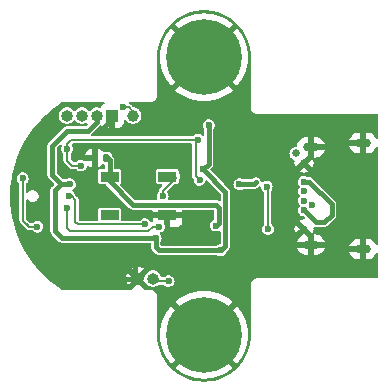
<source format=gtl>
G04 #@! TF.GenerationSoftware,KiCad,Pcbnew,7.0.10*
G04 #@! TF.CreationDate,2024-01-15T15:50:15+01:00*
G04 #@! TF.ProjectId,mico,6d69636f-2e6b-4696-9361-645f70636258,rev?*
G04 #@! TF.SameCoordinates,Original*
G04 #@! TF.FileFunction,Copper,L1,Top*
G04 #@! TF.FilePolarity,Positive*
%FSLAX46Y46*%
G04 Gerber Fmt 4.6, Leading zero omitted, Abs format (unit mm)*
G04 Created by KiCad (PCBNEW 7.0.10) date 2024-01-15 15:50:15*
%MOMM*%
%LPD*%
G01*
G04 APERTURE LIST*
G04 Aperture macros list*
%AMRoundRect*
0 Rectangle with rounded corners*
0 $1 Rounding radius*
0 $2 $3 $4 $5 $6 $7 $8 $9 X,Y pos of 4 corners*
0 Add a 4 corners polygon primitive as box body*
4,1,4,$2,$3,$4,$5,$6,$7,$8,$9,$2,$3,0*
0 Add four circle primitives for the rounded corners*
1,1,$1+$1,$2,$3*
1,1,$1+$1,$4,$5*
1,1,$1+$1,$6,$7*
1,1,$1+$1,$8,$9*
0 Add four rect primitives between the rounded corners*
20,1,$1+$1,$2,$3,$4,$5,0*
20,1,$1+$1,$4,$5,$6,$7,0*
20,1,$1+$1,$6,$7,$8,$9,0*
20,1,$1+$1,$8,$9,$2,$3,0*%
G04 Aperture macros list end*
G04 #@! TA.AperFunction,SMDPad,CuDef*
%ADD10R,1.500000X0.900000*%
G04 #@! TD*
G04 #@! TA.AperFunction,SMDPad,CuDef*
%ADD11RoundRect,0.140000X0.140000X0.170000X-0.140000X0.170000X-0.140000X-0.170000X0.140000X-0.170000X0*%
G04 #@! TD*
G04 #@! TA.AperFunction,ComponentPad*
%ADD12C,6.400000*%
G04 #@! TD*
G04 #@! TA.AperFunction,ComponentPad*
%ADD13C,0.650000*%
G04 #@! TD*
G04 #@! TA.AperFunction,ComponentPad*
%ADD14C,0.600000*%
G04 #@! TD*
G04 #@! TA.AperFunction,ComponentPad*
%ADD15O,1.350000X0.750000*%
G04 #@! TD*
G04 #@! TA.AperFunction,SMDPad,CuDef*
%ADD16O,1.000000X1.000000*%
G04 #@! TD*
G04 #@! TA.AperFunction,SMDPad,CuDef*
%ADD17R,1.000000X1.000000*%
G04 #@! TD*
G04 #@! TA.AperFunction,SMDPad,CuDef*
%ADD18C,1.000000*%
G04 #@! TD*
G04 #@! TA.AperFunction,ViaPad*
%ADD19C,0.600000*%
G04 #@! TD*
G04 #@! TA.AperFunction,Conductor*
%ADD20C,0.400000*%
G04 #@! TD*
G04 #@! TA.AperFunction,Conductor*
%ADD21C,0.200000*%
G04 #@! TD*
G04 #@! TA.AperFunction,Conductor*
%ADD22C,0.160000*%
G04 #@! TD*
G04 APERTURE END LIST*
D10*
X128000000Y-110350000D03*
X128000000Y-113650000D03*
X132900000Y-113650000D03*
X132900000Y-110350000D03*
D11*
X127710000Y-108750000D03*
X126750000Y-108750000D03*
D12*
X136000000Y-123750000D03*
X136000000Y-100250000D03*
D13*
X143810000Y-108400000D03*
D14*
X144460000Y-109200000D03*
X144460000Y-110800000D03*
X144460000Y-111600000D03*
X144460000Y-112400000D03*
X144460000Y-113200000D03*
X145170000Y-112800000D03*
X144460000Y-114800000D03*
D15*
X145060000Y-107870000D03*
X149450000Y-107510000D03*
X149450000Y-116490000D03*
X145060000Y-116130000D03*
D16*
X124390000Y-105200000D03*
X125660000Y-105200000D03*
X126930000Y-105200000D03*
D17*
X128200000Y-105200000D03*
D18*
X130000000Y-105200000D03*
D16*
X131670000Y-119000000D03*
D18*
X130400000Y-119000000D03*
D19*
X126750000Y-113750000D03*
X137000000Y-114500000D03*
X132500000Y-112000000D03*
X141300000Y-111200000D03*
X141400000Y-114800000D03*
X139000000Y-111000000D03*
X131400000Y-111000000D03*
X131400000Y-109000000D03*
X129400000Y-109000000D03*
X130400000Y-110000000D03*
X125650000Y-119000000D03*
X130150000Y-117500000D03*
X123400000Y-106000000D03*
X134900000Y-105250000D03*
X122150000Y-108500000D03*
X123920000Y-109480000D03*
X127000000Y-106650000D03*
X138025000Y-110125000D03*
X121650000Y-110750000D03*
X121500000Y-115800000D03*
X129400000Y-111000000D03*
X137000000Y-104600000D03*
X134250000Y-117600000D03*
X139800000Y-107000000D03*
X135900000Y-109750000D03*
X124650000Y-111000000D03*
X131907866Y-115580000D03*
X137400000Y-116600000D03*
X136400000Y-106000000D03*
X124400000Y-108000000D03*
X125579045Y-109421610D03*
X135623025Y-110626975D03*
X135500000Y-107250000D03*
X124390000Y-105200000D03*
X125660000Y-105200000D03*
X120650000Y-110500000D03*
X121900000Y-114600000D03*
X133000000Y-119200000D03*
X129150000Y-104500000D03*
X132200000Y-114600000D03*
X124400000Y-113000000D03*
X131000000Y-114400000D03*
X124600000Y-112000000D03*
D20*
X127000000Y-106650000D02*
X128200000Y-105450000D01*
X128200000Y-105450000D02*
X128200000Y-105200000D01*
D21*
X124750000Y-107250000D02*
X124400000Y-107600000D01*
X124400000Y-107600000D02*
X124400000Y-108000000D01*
X135500000Y-107250000D02*
X124750000Y-107250000D01*
X135300000Y-110303950D02*
X135623025Y-110626975D01*
X135300000Y-107450000D02*
X135300000Y-110303950D01*
X135500000Y-107250000D02*
X135300000Y-107450000D01*
X125579045Y-109421610D02*
X124821610Y-109421610D01*
X124821610Y-109421610D02*
X124400000Y-109000000D01*
X124400000Y-109000000D02*
X124400000Y-108000000D01*
D22*
X124400000Y-113000000D02*
X124400000Y-114750000D01*
X124400000Y-114750000D02*
X124650000Y-115000000D01*
X124650000Y-115000000D02*
X131250000Y-115000000D01*
X131250000Y-115000000D02*
X131650000Y-114600000D01*
X131650000Y-114600000D02*
X132200000Y-114600000D01*
D20*
X131907866Y-115580000D02*
X131867196Y-115539330D01*
X123400000Y-115000000D02*
X123400000Y-111500000D01*
X132200000Y-116600000D02*
X137400000Y-116600000D01*
X131907866Y-116307866D02*
X132200000Y-116600000D01*
X131907866Y-115580000D02*
X131907866Y-116307866D01*
X131867196Y-115539330D02*
X123939330Y-115539330D01*
X123939330Y-115539330D02*
X123400000Y-115000000D01*
X123400000Y-111500000D02*
X123900000Y-111000000D01*
X134250000Y-117600000D02*
X134050000Y-117400000D01*
X134050000Y-117400000D02*
X130250000Y-117400000D01*
X130250000Y-117400000D02*
X130150000Y-117500000D01*
X123920000Y-109480000D02*
X123920000Y-109820000D01*
X128000000Y-110350000D02*
X128000000Y-108980000D01*
X128000000Y-108980000D02*
X127750000Y-108730000D01*
X127650000Y-110350000D02*
X128000000Y-110350000D01*
X137246000Y-114254000D02*
X137000000Y-114500000D01*
X128000000Y-110350000D02*
X128000000Y-110750000D01*
X128000000Y-110750000D02*
X130000000Y-112750000D01*
X137000000Y-112750000D02*
X137246000Y-112996000D01*
X130000000Y-112750000D02*
X137000000Y-112750000D01*
X137246000Y-112996000D02*
X137246000Y-114254000D01*
X135900000Y-109750000D02*
X137800000Y-111650000D01*
X137800000Y-111650000D02*
X137800000Y-116200000D01*
X137800000Y-116200000D02*
X137400000Y-116600000D01*
D21*
X132500000Y-112000000D02*
X132500000Y-111550000D01*
X132500000Y-111550000D02*
X133700000Y-110350000D01*
X141400000Y-111300000D02*
X141300000Y-111200000D01*
X141400000Y-114800000D02*
X141400000Y-111300000D01*
D20*
X144460000Y-110800000D02*
X144884264Y-110800000D01*
X146800000Y-113600000D02*
X146200000Y-114200000D01*
X144884264Y-110800000D02*
X146800000Y-112715736D01*
X146800000Y-112715736D02*
X146800000Y-113600000D01*
X146200000Y-114200000D02*
X145460000Y-114200000D01*
X145460000Y-114200000D02*
X144460000Y-113200000D01*
X140200000Y-111000000D02*
X140400000Y-110800000D01*
X139000000Y-111000000D02*
X140200000Y-111000000D01*
X130150000Y-118750000D02*
X130400000Y-119000000D01*
X130150000Y-117500000D02*
X130150000Y-118750000D01*
X130400000Y-119000000D02*
X125650000Y-119000000D01*
X134900000Y-105250000D02*
X134900000Y-105000000D01*
X134900000Y-105000000D02*
X135150000Y-104750000D01*
X128200000Y-105200000D02*
X128200000Y-105550000D01*
X121900000Y-110750000D02*
X122150000Y-110500000D01*
X121650000Y-110750000D02*
X121900000Y-110750000D01*
X122150000Y-108500000D02*
X122150000Y-110500000D01*
X122150000Y-107250000D02*
X123400000Y-106000000D01*
X122150000Y-108500000D02*
X122150000Y-107250000D01*
X121500000Y-115800000D02*
X122500000Y-115800000D01*
X122500000Y-115800000D02*
X122700000Y-115600000D01*
X122700000Y-111800000D02*
X121650000Y-110750000D01*
X122700000Y-115600000D02*
X122700000Y-111800000D01*
X135300000Y-104600000D02*
X135150000Y-104750000D01*
X137000000Y-104600000D02*
X135300000Y-104600000D01*
X138025000Y-110125000D02*
X139675000Y-110125000D01*
X139675000Y-110125000D02*
X139800000Y-110000000D01*
X139800000Y-107800000D02*
X139800000Y-107000000D01*
X139800000Y-110000000D02*
X139800000Y-107800000D01*
X124650000Y-111000000D02*
X123900000Y-111000000D01*
X126930000Y-105720000D02*
X126150000Y-106500000D01*
X126150000Y-106500000D02*
X124400000Y-106500000D01*
X124400000Y-106500000D02*
X123150000Y-107750000D01*
X123150000Y-110250000D02*
X123900000Y-111000000D01*
X123150000Y-107750000D02*
X123150000Y-110250000D01*
X126930000Y-105200000D02*
X126930000Y-105720000D01*
X136400000Y-109250000D02*
X135900000Y-109750000D01*
X136400000Y-106000000D02*
X136400000Y-109250000D01*
D22*
X120650000Y-110500000D02*
X120650000Y-114050000D01*
X121200000Y-114600000D02*
X120700000Y-114100000D01*
X121900000Y-114600000D02*
X121200000Y-114600000D01*
X120700000Y-114100000D02*
X121150000Y-114550000D01*
X120650000Y-114050000D02*
X120700000Y-114100000D01*
D21*
X131870000Y-119200000D02*
X131670000Y-119000000D01*
X133000000Y-119200000D02*
X131870000Y-119200000D01*
D22*
X130000000Y-105200000D02*
X130000000Y-104850000D01*
X129650000Y-104500000D02*
X129150000Y-104500000D01*
X130000000Y-104850000D02*
X129650000Y-104500000D01*
X131000000Y-114400000D02*
X127200000Y-114400000D01*
X124800000Y-112000000D02*
X124600000Y-112000000D01*
X125100000Y-112300000D02*
X125100000Y-114200000D01*
X125100000Y-112300000D02*
X124800000Y-112000000D01*
X125300000Y-114400000D02*
X127200000Y-114400000D01*
X125100000Y-114200000D02*
X125300000Y-114400000D01*
G04 #@! TA.AperFunction,Conductor*
G36*
X136384733Y-96294400D02*
G01*
X136394373Y-96295350D01*
X136770582Y-96351156D01*
X136780088Y-96353046D01*
X137149029Y-96445462D01*
X137158300Y-96448274D01*
X137516399Y-96576403D01*
X137525368Y-96580118D01*
X137869176Y-96742727D01*
X137877739Y-96747305D01*
X138203938Y-96942821D01*
X138212016Y-96948218D01*
X138517493Y-97174775D01*
X138525000Y-97180937D01*
X138806797Y-97436342D01*
X138813657Y-97443202D01*
X139069060Y-97724996D01*
X139075224Y-97732506D01*
X139301781Y-98037983D01*
X139307178Y-98046061D01*
X139502694Y-98372260D01*
X139507274Y-98380828D01*
X139669879Y-98724628D01*
X139673597Y-98733604D01*
X139801721Y-99091686D01*
X139804541Y-99100983D01*
X139896950Y-99469900D01*
X139898845Y-99479429D01*
X139954647Y-99855612D01*
X139955600Y-99865280D01*
X139974381Y-100247577D01*
X139974500Y-100252435D01*
X139974500Y-104559208D01*
X140000849Y-104674655D01*
X140000850Y-104674658D01*
X140000851Y-104674660D01*
X140013928Y-104701816D01*
X140052229Y-104781351D01*
X140118549Y-104864513D01*
X140126064Y-104873936D01*
X140126068Y-104873939D01*
X140218648Y-104947770D01*
X140269793Y-104972399D01*
X140325340Y-104999149D01*
X140440790Y-105025500D01*
X140494928Y-105025500D01*
X150625500Y-105025500D01*
X150683691Y-105044407D01*
X150719655Y-105093907D01*
X150724500Y-105124500D01*
X150724500Y-107062065D01*
X150705593Y-107120256D01*
X150656093Y-107156220D01*
X150594907Y-107156220D01*
X150545407Y-107120256D01*
X150535059Y-107102332D01*
X150518916Y-107066074D01*
X150518914Y-107066071D01*
X150409811Y-106915903D01*
X150271869Y-106791701D01*
X150111136Y-106698900D01*
X150111131Y-106698898D01*
X149934598Y-106641538D01*
X149796279Y-106627000D01*
X149704001Y-106627000D01*
X149704000Y-106627001D01*
X149704000Y-107259988D01*
X149125389Y-107259988D01*
X149052463Y-107274494D01*
X148969764Y-107329751D01*
X148914507Y-107412450D01*
X148895103Y-107510000D01*
X148914507Y-107607550D01*
X148969764Y-107690249D01*
X149052463Y-107745506D01*
X149125389Y-107760012D01*
X149704000Y-107760012D01*
X149704000Y-108392999D01*
X149704001Y-108393000D01*
X149796275Y-108393000D01*
X149796279Y-108392999D01*
X149934598Y-108378461D01*
X150111131Y-108321101D01*
X150111136Y-108321099D01*
X150271869Y-108228298D01*
X150409811Y-108104096D01*
X150518914Y-107953928D01*
X150518918Y-107953922D01*
X150535059Y-107917668D01*
X150575999Y-107872198D01*
X150635847Y-107859476D01*
X150691743Y-107884362D01*
X150722336Y-107937350D01*
X150724500Y-107957934D01*
X150724500Y-116042065D01*
X150705593Y-116100256D01*
X150656093Y-116136220D01*
X150594907Y-116136220D01*
X150545407Y-116100256D01*
X150535059Y-116082332D01*
X150518916Y-116046074D01*
X150518914Y-116046071D01*
X150409811Y-115895903D01*
X150271869Y-115771701D01*
X150111136Y-115678900D01*
X150111131Y-115678898D01*
X149934598Y-115621538D01*
X149796279Y-115607000D01*
X149704001Y-115607000D01*
X149704000Y-115607001D01*
X149704000Y-116239988D01*
X149125389Y-116239988D01*
X149052463Y-116254494D01*
X148969764Y-116309751D01*
X148914507Y-116392450D01*
X148895103Y-116490000D01*
X148914507Y-116587550D01*
X148969764Y-116670249D01*
X149052463Y-116725506D01*
X149125389Y-116740012D01*
X149704000Y-116740012D01*
X149704000Y-117372999D01*
X149704001Y-117373000D01*
X149796275Y-117373000D01*
X149796279Y-117372999D01*
X149934598Y-117358461D01*
X150111131Y-117301101D01*
X150111136Y-117301099D01*
X150271869Y-117208298D01*
X150409811Y-117084096D01*
X150518914Y-116933928D01*
X150518918Y-116933922D01*
X150535059Y-116897668D01*
X150575999Y-116852198D01*
X150635847Y-116839476D01*
X150691743Y-116864362D01*
X150722336Y-116917350D01*
X150724500Y-116937934D01*
X150724500Y-118875500D01*
X150705593Y-118933691D01*
X150656093Y-118969655D01*
X150625500Y-118974500D01*
X140508285Y-118974500D01*
X140500000Y-118974500D01*
X140440790Y-118974500D01*
X140420756Y-118979072D01*
X140325344Y-119000849D01*
X140325338Y-119000852D01*
X140218648Y-119052229D01*
X140126068Y-119126060D01*
X140126060Y-119126068D01*
X140052229Y-119218648D01*
X140000852Y-119325338D01*
X140000849Y-119325344D01*
X139974500Y-119440791D01*
X139974500Y-123747564D01*
X139974381Y-123752422D01*
X139955600Y-124134719D01*
X139954647Y-124144387D01*
X139898845Y-124520570D01*
X139896950Y-124530099D01*
X139804541Y-124899016D01*
X139801721Y-124908313D01*
X139673597Y-125266395D01*
X139669879Y-125275371D01*
X139507274Y-125619171D01*
X139502694Y-125627739D01*
X139307178Y-125953938D01*
X139301781Y-125962016D01*
X139075224Y-126267493D01*
X139069060Y-126275003D01*
X138813662Y-126556792D01*
X138806792Y-126563662D01*
X138525003Y-126819060D01*
X138517493Y-126825224D01*
X138212016Y-127051781D01*
X138203938Y-127057178D01*
X137877739Y-127252694D01*
X137869171Y-127257274D01*
X137525371Y-127419879D01*
X137516395Y-127423597D01*
X137158313Y-127551721D01*
X137149016Y-127554541D01*
X136780099Y-127646950D01*
X136770570Y-127648845D01*
X136394387Y-127704647D01*
X136384719Y-127705600D01*
X136004858Y-127724261D01*
X135995142Y-127724261D01*
X135615280Y-127705600D01*
X135605612Y-127704647D01*
X135229429Y-127648845D01*
X135219900Y-127646950D01*
X134850983Y-127554541D01*
X134841686Y-127551721D01*
X134483604Y-127423597D01*
X134474628Y-127419879D01*
X134130828Y-127257274D01*
X134122260Y-127252694D01*
X133796061Y-127057178D01*
X133787983Y-127051781D01*
X133482506Y-126825224D01*
X133474996Y-126819060D01*
X133193207Y-126563662D01*
X133186342Y-126556797D01*
X132930937Y-126275000D01*
X132924775Y-126267493D01*
X132865752Y-126187910D01*
X132698218Y-125962016D01*
X132692821Y-125953938D01*
X132497305Y-125627739D01*
X132492725Y-125619171D01*
X132486756Y-125606551D01*
X132330118Y-125275368D01*
X132326402Y-125266395D01*
X132248413Y-125048430D01*
X132198274Y-124908300D01*
X132195462Y-124899029D01*
X132103046Y-124530088D01*
X132101156Y-124520582D01*
X132045350Y-124144373D01*
X132044400Y-124134731D01*
X132025619Y-123752421D01*
X132025560Y-123750006D01*
X132286911Y-123750006D01*
X132307250Y-124138106D01*
X132307253Y-124138134D01*
X132368049Y-124521990D01*
X132368050Y-124521992D01*
X132468642Y-124897405D01*
X132468649Y-124897428D01*
X132607922Y-125260246D01*
X132784368Y-125606540D01*
X132784374Y-125606551D01*
X132996050Y-125932501D01*
X133202876Y-126187910D01*
X134699993Y-124690792D01*
X134701570Y-124693365D01*
X134865130Y-124884870D01*
X135056635Y-125048430D01*
X135059205Y-125050004D01*
X133562088Y-126547122D01*
X133817498Y-126753949D01*
X134143448Y-126965625D01*
X134143459Y-126965631D01*
X134489753Y-127142077D01*
X134852571Y-127281350D01*
X134852594Y-127281357D01*
X135228007Y-127381949D01*
X135228009Y-127381950D01*
X135611865Y-127442746D01*
X135611893Y-127442749D01*
X135999994Y-127463089D01*
X136000006Y-127463089D01*
X136388106Y-127442749D01*
X136388134Y-127442746D01*
X136771990Y-127381950D01*
X136771992Y-127381949D01*
X137147405Y-127281357D01*
X137147428Y-127281350D01*
X137510246Y-127142077D01*
X137856540Y-126965631D01*
X137856551Y-126965624D01*
X138182492Y-126753956D01*
X138182502Y-126753949D01*
X138437910Y-126547122D01*
X136940793Y-125050005D01*
X136943365Y-125048430D01*
X137134870Y-124884870D01*
X137298430Y-124693365D01*
X137300005Y-124690793D01*
X138797122Y-126187910D01*
X139003949Y-125932502D01*
X139003956Y-125932492D01*
X139215624Y-125606551D01*
X139215631Y-125606540D01*
X139392077Y-125260246D01*
X139531350Y-124897428D01*
X139531357Y-124897405D01*
X139631949Y-124521992D01*
X139631950Y-124521990D01*
X139692746Y-124138134D01*
X139692749Y-124138106D01*
X139713089Y-123750006D01*
X139713089Y-123749993D01*
X139692749Y-123361893D01*
X139692746Y-123361865D01*
X139631950Y-122978009D01*
X139631949Y-122978007D01*
X139531357Y-122602594D01*
X139531350Y-122602571D01*
X139392077Y-122239753D01*
X139215631Y-121893461D01*
X139003949Y-121567498D01*
X138797122Y-121312088D01*
X137300004Y-122809205D01*
X137298430Y-122806635D01*
X137134870Y-122615130D01*
X136943365Y-122451570D01*
X136940792Y-122449993D01*
X138437910Y-120952876D01*
X138182501Y-120746050D01*
X137856551Y-120534374D01*
X137856540Y-120534368D01*
X137510246Y-120357922D01*
X137147428Y-120218649D01*
X137147405Y-120218642D01*
X136771992Y-120118050D01*
X136771990Y-120118049D01*
X136388134Y-120057253D01*
X136388106Y-120057250D01*
X136000006Y-120036911D01*
X135999994Y-120036911D01*
X135611893Y-120057250D01*
X135611865Y-120057253D01*
X135228009Y-120118049D01*
X135228007Y-120118050D01*
X134852594Y-120218642D01*
X134852571Y-120218649D01*
X134489753Y-120357922D01*
X134143461Y-120534368D01*
X133817504Y-120746046D01*
X133562088Y-120952876D01*
X135059206Y-122449994D01*
X135056635Y-122451570D01*
X134865130Y-122615130D01*
X134701570Y-122806635D01*
X134699994Y-122809206D01*
X133202876Y-121312088D01*
X132996046Y-121567504D01*
X132784368Y-121893461D01*
X132607922Y-122239753D01*
X132468649Y-122602571D01*
X132468642Y-122602594D01*
X132368050Y-122978007D01*
X132368049Y-122978009D01*
X132307253Y-123361865D01*
X132307250Y-123361893D01*
X132286911Y-123749993D01*
X132286911Y-123750006D01*
X132025560Y-123750006D01*
X132025500Y-123747564D01*
X132025500Y-120440791D01*
X131999150Y-120325344D01*
X131999149Y-120325343D01*
X131999149Y-120325340D01*
X131969007Y-120262750D01*
X131947770Y-120218648D01*
X131873939Y-120126068D01*
X131873936Y-120126064D01*
X131863887Y-120118050D01*
X131781351Y-120052229D01*
X131701816Y-120013928D01*
X131674660Y-120000851D01*
X131674658Y-120000850D01*
X131674655Y-120000849D01*
X131583449Y-119980032D01*
X131559210Y-119974500D01*
X131559209Y-119974500D01*
X131010008Y-119974500D01*
X130951817Y-119955593D01*
X130915853Y-119906093D01*
X130913020Y-119872231D01*
X130399999Y-119359210D01*
X129885830Y-119873380D01*
X129877755Y-119921310D01*
X129834067Y-119964147D01*
X129789991Y-119974500D01*
X124037824Y-119974500D01*
X123982725Y-119957750D01*
X123598706Y-119700500D01*
X123521696Y-119648911D01*
X123516613Y-119645268D01*
X123049087Y-119287268D01*
X123044238Y-119283306D01*
X122719105Y-119000004D01*
X129387123Y-119000004D01*
X129406583Y-119197597D01*
X129406584Y-119197600D01*
X129464223Y-119387607D01*
X129464226Y-119387615D01*
X129530041Y-119510746D01*
X130040787Y-119000000D01*
X130759210Y-119000000D01*
X131004521Y-119245312D01*
X131027083Y-119280209D01*
X131045179Y-119327925D01*
X131045181Y-119327927D01*
X131045182Y-119327930D01*
X131141817Y-119467929D01*
X131269148Y-119580734D01*
X131419775Y-119659790D01*
X131584944Y-119700500D01*
X131584947Y-119700500D01*
X131755053Y-119700500D01*
X131755056Y-119700500D01*
X131920225Y-119659790D01*
X132070852Y-119580734D01*
X132133315Y-119525397D01*
X132189409Y-119500962D01*
X132198964Y-119500500D01*
X132552917Y-119500500D01*
X132611108Y-119519407D01*
X132627733Y-119534667D01*
X132668872Y-119582143D01*
X132789947Y-119659953D01*
X132896403Y-119691211D01*
X132928035Y-119700499D01*
X132928036Y-119700499D01*
X132928039Y-119700500D01*
X132928041Y-119700500D01*
X133071959Y-119700500D01*
X133071961Y-119700500D01*
X133210053Y-119659953D01*
X133331128Y-119582143D01*
X133425377Y-119473373D01*
X133485165Y-119342457D01*
X133505647Y-119200000D01*
X133495017Y-119126068D01*
X133485165Y-119057543D01*
X133459273Y-119000849D01*
X133425377Y-118926627D01*
X133331128Y-118817857D01*
X133331127Y-118817856D01*
X133331126Y-118817855D01*
X133210057Y-118740049D01*
X133210054Y-118740047D01*
X133210053Y-118740047D01*
X133210050Y-118740046D01*
X133071964Y-118699500D01*
X133071961Y-118699500D01*
X132928039Y-118699500D01*
X132928035Y-118699500D01*
X132789949Y-118740046D01*
X132789942Y-118740049D01*
X132668876Y-118817854D01*
X132668871Y-118817858D01*
X132627736Y-118865331D01*
X132575340Y-118896927D01*
X132552917Y-118899500D01*
X132449404Y-118899500D01*
X132391213Y-118880593D01*
X132356837Y-118835605D01*
X132355140Y-118831131D01*
X132355140Y-118831128D01*
X132294818Y-118672070D01*
X132198183Y-118532071D01*
X132070852Y-118419266D01*
X131920225Y-118340210D01*
X131920224Y-118340209D01*
X131920223Y-118340209D01*
X131755058Y-118299500D01*
X131755056Y-118299500D01*
X131584944Y-118299500D01*
X131584941Y-118299500D01*
X131419776Y-118340209D01*
X131269146Y-118419267D01*
X131141818Y-118532069D01*
X131141816Y-118532072D01*
X131045182Y-118672070D01*
X131027082Y-118719793D01*
X131004520Y-118754688D01*
X130759210Y-118999999D01*
X130759210Y-119000000D01*
X130040787Y-119000000D01*
X130040788Y-118999999D01*
X129530041Y-118489252D01*
X129464228Y-118612380D01*
X129464223Y-118612392D01*
X129406584Y-118802399D01*
X129406583Y-118802402D01*
X129387123Y-118999995D01*
X129387123Y-119000004D01*
X122719105Y-119000004D01*
X122600296Y-118896481D01*
X122595707Y-118892220D01*
X122177103Y-118478096D01*
X122172793Y-118473554D01*
X121866910Y-118130041D01*
X129889252Y-118130041D01*
X130399999Y-118640788D01*
X130910746Y-118130041D01*
X130787615Y-118064226D01*
X130787607Y-118064223D01*
X130597600Y-118006584D01*
X130597597Y-118006583D01*
X130400004Y-117987123D01*
X130399996Y-117987123D01*
X130202402Y-118006583D01*
X130202399Y-118006584D01*
X130012392Y-118064223D01*
X130012380Y-118064228D01*
X129889252Y-118130041D01*
X121866910Y-118130041D01*
X121808306Y-118064228D01*
X121781197Y-118033784D01*
X121777185Y-118028980D01*
X121759650Y-118006584D01*
X121414187Y-117565348D01*
X121410488Y-117560303D01*
X121232780Y-117301101D01*
X121077520Y-117074640D01*
X121074144Y-117069366D01*
X120772543Y-116563619D01*
X120769508Y-116558142D01*
X120500490Y-116034352D01*
X120497807Y-116028694D01*
X120262445Y-115488953D01*
X120260124Y-115483136D01*
X120059345Y-114929566D01*
X120057398Y-114923615D01*
X119995056Y-114710575D01*
X119892023Y-114358482D01*
X119890459Y-114352432D01*
X119761135Y-113777939D01*
X119759961Y-113771825D01*
X119667219Y-113190325D01*
X119666430Y-113184125D01*
X119610634Y-112597895D01*
X119610240Y-112591660D01*
X119610201Y-112590432D01*
X119591618Y-112003128D01*
X119591618Y-111996869D01*
X119595916Y-111861050D01*
X119610241Y-111408322D01*
X119610633Y-111402106D01*
X119666431Y-110815859D01*
X119667218Y-110809678D01*
X119716608Y-110500002D01*
X120144353Y-110500002D01*
X120164834Y-110642456D01*
X120209403Y-110740046D01*
X120224623Y-110773373D01*
X120318872Y-110882143D01*
X120324020Y-110885451D01*
X120362753Y-110932815D01*
X120369500Y-110968737D01*
X120369500Y-113988489D01*
X120368551Y-114002163D01*
X120367377Y-114010575D01*
X120369394Y-114054182D01*
X120369500Y-114058755D01*
X120369500Y-114075990D01*
X120369594Y-114077014D01*
X120371015Y-114089263D01*
X120372221Y-114115334D01*
X120375616Y-114123023D01*
X120382364Y-114144814D01*
X120383909Y-114153080D01*
X120383910Y-114153082D01*
X120383911Y-114153084D01*
X120397649Y-114175272D01*
X120404037Y-114187391D01*
X120414579Y-114211266D01*
X120420526Y-114217213D01*
X120434688Y-114235092D01*
X120437742Y-114240024D01*
X120439117Y-114242245D01*
X120459938Y-114257968D01*
X120470281Y-114266968D01*
X120958166Y-114754853D01*
X120967165Y-114765195D01*
X120972277Y-114771964D01*
X120972279Y-114771967D01*
X120991252Y-114789263D01*
X121004549Y-114801385D01*
X121007857Y-114804543D01*
X121020038Y-114816724D01*
X121020837Y-114817388D01*
X121030485Y-114825031D01*
X121049775Y-114842615D01*
X121049778Y-114842617D01*
X121057613Y-114845652D01*
X121077804Y-114856295D01*
X121084738Y-114861045D01*
X121110143Y-114867019D01*
X121123237Y-114871075D01*
X121147562Y-114880499D01*
X121147565Y-114880500D01*
X121155969Y-114880500D01*
X121178636Y-114883129D01*
X121186821Y-114885055D01*
X121210368Y-114881770D01*
X121212671Y-114881449D01*
X121226348Y-114880500D01*
X121435586Y-114880500D01*
X121493777Y-114899407D01*
X121510405Y-114914669D01*
X121568870Y-114982141D01*
X121568872Y-114982143D01*
X121634536Y-115024343D01*
X121689947Y-115059953D01*
X121756519Y-115079500D01*
X121828035Y-115100499D01*
X121828036Y-115100499D01*
X121828039Y-115100500D01*
X121828041Y-115100500D01*
X121971959Y-115100500D01*
X121971961Y-115100500D01*
X122110053Y-115059953D01*
X122231128Y-114982143D01*
X122325377Y-114873373D01*
X122385165Y-114742457D01*
X122399543Y-114642456D01*
X122405647Y-114600002D01*
X122405647Y-114599997D01*
X122385165Y-114457543D01*
X122362523Y-114407965D01*
X122325377Y-114326627D01*
X122231128Y-114217857D01*
X122231127Y-114217856D01*
X122231126Y-114217855D01*
X122110057Y-114140049D01*
X122110054Y-114140047D01*
X122110053Y-114140047D01*
X122110050Y-114140046D01*
X121971964Y-114099500D01*
X121971961Y-114099500D01*
X121828039Y-114099500D01*
X121828035Y-114099500D01*
X121689949Y-114140046D01*
X121689942Y-114140049D01*
X121568872Y-114217856D01*
X121568870Y-114217858D01*
X121510405Y-114285331D01*
X121458009Y-114316927D01*
X121435586Y-114319500D01*
X121357195Y-114319500D01*
X121299004Y-114300593D01*
X121287191Y-114290504D01*
X120959496Y-113962809D01*
X120931719Y-113908292D01*
X120930500Y-113892805D01*
X120930500Y-112376757D01*
X120949407Y-112318566D01*
X120998907Y-112282602D01*
X121060093Y-112282602D01*
X121109593Y-112318566D01*
X121112785Y-112323236D01*
X121117855Y-112331126D01*
X121117856Y-112331127D01*
X121117857Y-112331128D01*
X121226627Y-112425377D01*
X121302337Y-112459953D01*
X121357543Y-112485165D01*
X121464196Y-112500500D01*
X121464201Y-112500500D01*
X121535804Y-112500500D01*
X121624680Y-112487720D01*
X121642457Y-112485165D01*
X121773373Y-112425377D01*
X121882143Y-112331128D01*
X121959953Y-112210053D01*
X122000500Y-112071961D01*
X122000500Y-111928039D01*
X121959953Y-111789947D01*
X121929433Y-111742457D01*
X121882144Y-111668873D01*
X121871850Y-111659953D01*
X121773373Y-111574623D01*
X121733068Y-111556216D01*
X121642456Y-111514834D01*
X121535804Y-111499500D01*
X121535799Y-111499500D01*
X121464201Y-111499500D01*
X121464196Y-111499500D01*
X121357543Y-111514834D01*
X121226628Y-111574622D01*
X121117857Y-111668872D01*
X121112784Y-111676766D01*
X121065417Y-111715497D01*
X121004332Y-111718989D01*
X120952860Y-111685910D01*
X120930661Y-111628893D01*
X120930500Y-111623242D01*
X120930500Y-110968737D01*
X120949407Y-110910546D01*
X120975978Y-110885452D01*
X120981128Y-110882143D01*
X121075377Y-110773373D01*
X121135165Y-110642457D01*
X121149889Y-110540046D01*
X121155647Y-110500002D01*
X121155647Y-110499997D01*
X121135165Y-110357543D01*
X121108657Y-110299500D01*
X121075377Y-110226627D01*
X120981128Y-110117857D01*
X120981127Y-110117856D01*
X120981126Y-110117855D01*
X120860057Y-110040049D01*
X120860054Y-110040047D01*
X120860053Y-110040047D01*
X120852748Y-110037902D01*
X120721964Y-109999500D01*
X120721961Y-109999500D01*
X120578039Y-109999500D01*
X120578035Y-109999500D01*
X120439949Y-110040046D01*
X120439942Y-110040049D01*
X120318873Y-110117855D01*
X120224622Y-110226628D01*
X120164834Y-110357543D01*
X120144353Y-110499997D01*
X120144353Y-110500002D01*
X119716608Y-110500002D01*
X119759962Y-110228169D01*
X119761134Y-110222066D01*
X119890463Y-109647547D01*
X119892021Y-109641525D01*
X120057399Y-109076379D01*
X120059345Y-109070433D01*
X120070576Y-109039467D01*
X120260128Y-108516852D01*
X120262445Y-108511046D01*
X120269007Y-108495999D01*
X120497810Y-107971296D01*
X120500490Y-107965647D01*
X120769515Y-107441844D01*
X120772535Y-107436394D01*
X121074152Y-106930618D01*
X121077511Y-106925372D01*
X121410501Y-106439676D01*
X121414176Y-106434666D01*
X121777199Y-105971001D01*
X121781183Y-105966230D01*
X122172805Y-105526431D01*
X122177089Y-105521917D01*
X122595726Y-105107760D01*
X122600275Y-105103536D01*
X123044246Y-104716685D01*
X123049087Y-104712731D01*
X123516613Y-104354731D01*
X123521653Y-104351116D01*
X123982727Y-104042248D01*
X124037824Y-104025500D01*
X127506030Y-104025500D01*
X127564221Y-104044407D01*
X127600185Y-104093907D01*
X127600185Y-104155093D01*
X127564221Y-104204593D01*
X127540627Y-104217258D01*
X127454038Y-104249553D01*
X127337100Y-104337092D01*
X127337092Y-104337100D01*
X127249556Y-104454034D01*
X127249552Y-104454042D01*
X127245100Y-104465977D01*
X127207047Y-104513889D01*
X127148099Y-104530284D01*
X127128652Y-104527498D01*
X127015059Y-104499500D01*
X127015056Y-104499500D01*
X126844944Y-104499500D01*
X126844941Y-104499500D01*
X126679776Y-104540209D01*
X126529146Y-104619267D01*
X126401818Y-104732069D01*
X126401816Y-104732072D01*
X126376475Y-104768785D01*
X126327858Y-104805934D01*
X126266690Y-104807412D01*
X126216336Y-104772654D01*
X126213525Y-104768785D01*
X126188183Y-104732071D01*
X126123373Y-104674655D01*
X126060853Y-104619267D01*
X126060852Y-104619266D01*
X125910225Y-104540210D01*
X125910224Y-104540209D01*
X125910223Y-104540209D01*
X125745058Y-104499500D01*
X125745056Y-104499500D01*
X125574944Y-104499500D01*
X125574941Y-104499500D01*
X125409776Y-104540209D01*
X125259146Y-104619267D01*
X125131818Y-104732069D01*
X125131816Y-104732072D01*
X125106475Y-104768785D01*
X125057858Y-104805934D01*
X124996690Y-104807412D01*
X124946336Y-104772654D01*
X124943525Y-104768785D01*
X124918183Y-104732071D01*
X124853373Y-104674655D01*
X124790853Y-104619267D01*
X124790852Y-104619266D01*
X124640225Y-104540210D01*
X124640224Y-104540209D01*
X124640223Y-104540209D01*
X124475058Y-104499500D01*
X124475056Y-104499500D01*
X124304944Y-104499500D01*
X124304941Y-104499500D01*
X124139776Y-104540209D01*
X123989146Y-104619267D01*
X123861818Y-104732069D01*
X123861816Y-104732072D01*
X123790409Y-104835522D01*
X123765182Y-104872070D01*
X123704860Y-105031128D01*
X123684355Y-105200000D01*
X123704860Y-105368872D01*
X123765182Y-105527930D01*
X123861817Y-105667929D01*
X123989148Y-105780734D01*
X124139775Y-105859790D01*
X124304944Y-105900500D01*
X124304947Y-105900500D01*
X124475053Y-105900500D01*
X124475056Y-105900500D01*
X124640225Y-105859790D01*
X124790852Y-105780734D01*
X124918183Y-105667929D01*
X124943525Y-105631214D01*
X124992141Y-105594065D01*
X125053308Y-105592587D01*
X125103663Y-105627344D01*
X125106475Y-105631215D01*
X125131813Y-105667924D01*
X125131816Y-105667927D01*
X125131817Y-105667929D01*
X125259148Y-105780734D01*
X125409775Y-105859790D01*
X125574944Y-105900500D01*
X125574947Y-105900500D01*
X125745053Y-105900500D01*
X125745056Y-105900500D01*
X125910225Y-105859790D01*
X125994235Y-105815697D01*
X126054545Y-105805397D01*
X126109393Y-105832513D01*
X126137828Y-105886690D01*
X126128988Y-105947233D01*
X126110245Y-105973361D01*
X126013104Y-106070503D01*
X125958588Y-106098281D01*
X125943100Y-106099500D01*
X124463433Y-106099500D01*
X124336567Y-106099500D01*
X124336565Y-106099500D01*
X124336562Y-106099501D01*
X124313624Y-106106953D01*
X124298529Y-106110577D01*
X124274701Y-106114352D01*
X124274691Y-106114355D01*
X124253202Y-106125305D01*
X124238852Y-106131249D01*
X124215915Y-106138701D01*
X124215906Y-106138706D01*
X124196385Y-106152887D01*
X124183151Y-106160997D01*
X124161660Y-106171948D01*
X124161658Y-106171950D01*
X124139094Y-106194513D01*
X124139092Y-106194515D01*
X124139090Y-106194515D01*
X124139091Y-106194516D01*
X122844515Y-107489092D01*
X122821950Y-107511658D01*
X122821948Y-107511660D01*
X122810997Y-107533151D01*
X122802887Y-107546385D01*
X122788706Y-107565906D01*
X122788701Y-107565915D01*
X122781249Y-107588852D01*
X122775305Y-107603202D01*
X122764355Y-107624691D01*
X122764352Y-107624701D01*
X122760577Y-107648529D01*
X122756953Y-107663624D01*
X122749501Y-107686562D01*
X122749500Y-107686569D01*
X122749500Y-110313437D01*
X122756953Y-110336374D01*
X122760579Y-110351474D01*
X122764354Y-110375306D01*
X122775301Y-110396788D01*
X122781247Y-110411142D01*
X122788703Y-110434088D01*
X122788702Y-110434088D01*
X122802884Y-110453608D01*
X122810997Y-110466847D01*
X122821950Y-110488342D01*
X122821951Y-110488343D01*
X122842030Y-110508423D01*
X122842031Y-110508423D01*
X122842032Y-110508424D01*
X122842031Y-110508424D01*
X122844515Y-110510908D01*
X122844516Y-110510909D01*
X123084736Y-110751129D01*
X123263603Y-110929995D01*
X123291381Y-110984512D01*
X123281810Y-111044944D01*
X123263605Y-111070000D01*
X123211269Y-111122338D01*
X123094515Y-111239092D01*
X123071950Y-111261658D01*
X123071948Y-111261660D01*
X123060997Y-111283151D01*
X123052887Y-111296385D01*
X123038706Y-111315906D01*
X123038701Y-111315915D01*
X123031249Y-111338852D01*
X123025305Y-111353202D01*
X123014355Y-111374691D01*
X123014352Y-111374701D01*
X123010577Y-111398529D01*
X123006953Y-111413624D01*
X122999501Y-111436562D01*
X122999500Y-111436569D01*
X122999500Y-115063437D01*
X123006953Y-115086374D01*
X123010579Y-115101474D01*
X123014354Y-115125306D01*
X123025301Y-115146788D01*
X123031247Y-115161142D01*
X123038703Y-115184088D01*
X123038702Y-115184088D01*
X123052884Y-115203608D01*
X123060997Y-115216847D01*
X123071950Y-115238342D01*
X123071951Y-115238343D01*
X123092030Y-115258423D01*
X123092031Y-115258423D01*
X123094513Y-115260905D01*
X123094516Y-115260909D01*
X123678421Y-115844814D01*
X123678424Y-115844816D01*
X123678423Y-115844816D01*
X123694425Y-115860817D01*
X123700988Y-115867380D01*
X123722475Y-115878328D01*
X123735716Y-115886442D01*
X123755238Y-115900624D01*
X123755239Y-115900624D01*
X123755241Y-115900626D01*
X123778191Y-115908082D01*
X123792531Y-115914023D01*
X123814026Y-115924976D01*
X123837864Y-115928751D01*
X123852941Y-115932371D01*
X123875897Y-115939830D01*
X123907811Y-115939830D01*
X131408366Y-115939830D01*
X131466557Y-115958737D01*
X131502521Y-116008237D01*
X131507366Y-116038830D01*
X131507366Y-116371303D01*
X131514819Y-116394240D01*
X131518445Y-116409340D01*
X131522220Y-116433172D01*
X131533167Y-116454654D01*
X131539113Y-116469008D01*
X131546569Y-116491954D01*
X131546568Y-116491954D01*
X131560750Y-116511474D01*
X131568863Y-116524713D01*
X131579816Y-116546208D01*
X131579817Y-116546209D01*
X131599896Y-116566289D01*
X131599897Y-116566289D01*
X131602379Y-116568771D01*
X131602382Y-116568775D01*
X131939091Y-116905484D01*
X131939094Y-116905486D01*
X131939093Y-116905486D01*
X131950958Y-116917350D01*
X131961658Y-116928050D01*
X131983145Y-116938998D01*
X131996386Y-116947112D01*
X132015908Y-116961294D01*
X132015909Y-116961294D01*
X132015911Y-116961296D01*
X132038861Y-116968752D01*
X132053201Y-116974693D01*
X132074696Y-116985646D01*
X132098534Y-116989421D01*
X132113611Y-116993041D01*
X132136567Y-117000500D01*
X132168481Y-117000500D01*
X137068368Y-117000500D01*
X137121889Y-117016215D01*
X137189947Y-117059953D01*
X137296403Y-117091211D01*
X137328035Y-117100499D01*
X137328036Y-117100499D01*
X137328039Y-117100500D01*
X137328041Y-117100500D01*
X137471959Y-117100500D01*
X137471961Y-117100500D01*
X137610053Y-117059953D01*
X137731128Y-116982143D01*
X137825377Y-116873373D01*
X137885165Y-116742457D01*
X137890757Y-116703559D01*
X137917751Y-116648653D01*
X137918667Y-116647724D01*
X138105483Y-116460909D01*
X138128050Y-116438342D01*
X138139002Y-116416843D01*
X138147115Y-116403605D01*
X138161296Y-116384090D01*
X138161325Y-116384000D01*
X143911261Y-116384000D01*
X143915588Y-116404355D01*
X143915591Y-116404365D01*
X143991083Y-116573925D01*
X143991085Y-116573928D01*
X144100188Y-116724096D01*
X144238130Y-116848298D01*
X144398863Y-116941099D01*
X144398868Y-116941101D01*
X144575401Y-116998461D01*
X144713720Y-117012999D01*
X144713725Y-117013000D01*
X144805999Y-117013000D01*
X144806000Y-117012999D01*
X145314000Y-117012999D01*
X145314001Y-117013000D01*
X145406275Y-117013000D01*
X145406279Y-117012999D01*
X145544598Y-116998461D01*
X145721131Y-116941101D01*
X145721136Y-116941099D01*
X145881869Y-116848298D01*
X145997705Y-116744000D01*
X148301261Y-116744000D01*
X148305588Y-116764355D01*
X148305591Y-116764365D01*
X148381083Y-116933925D01*
X148381085Y-116933928D01*
X148490188Y-117084096D01*
X148628130Y-117208298D01*
X148788863Y-117301099D01*
X148788868Y-117301101D01*
X148965401Y-117358461D01*
X149103720Y-117372999D01*
X149103725Y-117373000D01*
X149195999Y-117373000D01*
X149196000Y-117372999D01*
X149196000Y-116744001D01*
X149195999Y-116744000D01*
X148301261Y-116744000D01*
X145997705Y-116744000D01*
X146019811Y-116724096D01*
X146128914Y-116573928D01*
X146128916Y-116573925D01*
X146204408Y-116404365D01*
X146204411Y-116404355D01*
X146208738Y-116384000D01*
X145314001Y-116384000D01*
X145314000Y-116384001D01*
X145314000Y-117012999D01*
X144806000Y-117012999D01*
X144806000Y-116384001D01*
X144805999Y-116384000D01*
X143911261Y-116384000D01*
X138161325Y-116384000D01*
X138168751Y-116361144D01*
X138174695Y-116346795D01*
X138185646Y-116325304D01*
X138189419Y-116301473D01*
X138193048Y-116286364D01*
X138200498Y-116263435D01*
X138200499Y-116263434D01*
X138200499Y-116235621D01*
X138200500Y-116235596D01*
X138200500Y-116130000D01*
X144505103Y-116130000D01*
X144524507Y-116227550D01*
X144579764Y-116310249D01*
X144662463Y-116365506D01*
X144735389Y-116380012D01*
X145384611Y-116380012D01*
X145457537Y-116365506D01*
X145540236Y-116310249D01*
X145589848Y-116235999D01*
X148301261Y-116235999D01*
X148301262Y-116236000D01*
X149195999Y-116236000D01*
X149196000Y-116235999D01*
X149196000Y-115607001D01*
X149195999Y-115607000D01*
X149103720Y-115607000D01*
X148965401Y-115621538D01*
X148788868Y-115678898D01*
X148788863Y-115678900D01*
X148628130Y-115771701D01*
X148490188Y-115895903D01*
X148381085Y-116046071D01*
X148381083Y-116046074D01*
X148305591Y-116215634D01*
X148305588Y-116215644D01*
X148301261Y-116235999D01*
X145589848Y-116235999D01*
X145595493Y-116227550D01*
X145614897Y-116130000D01*
X145595493Y-116032450D01*
X145540236Y-115949751D01*
X145457537Y-115894494D01*
X145384611Y-115879988D01*
X144735389Y-115879988D01*
X144662463Y-115894494D01*
X144579764Y-115949751D01*
X144524507Y-116032450D01*
X144505103Y-116130000D01*
X138200500Y-116130000D01*
X138200500Y-115875999D01*
X143911261Y-115875999D01*
X143911262Y-115876000D01*
X144805999Y-115876000D01*
X144806000Y-115875999D01*
X144806000Y-115505211D01*
X144547789Y-115247000D01*
X145310831Y-115247000D01*
X145314000Y-115261643D01*
X145314000Y-115875999D01*
X145314001Y-115876000D01*
X146208738Y-115876000D01*
X146208738Y-115875999D01*
X146204411Y-115855644D01*
X146204408Y-115855634D01*
X146128916Y-115686074D01*
X146128914Y-115686071D01*
X146019811Y-115535903D01*
X145881869Y-115411701D01*
X145721136Y-115318900D01*
X145721131Y-115318898D01*
X145544598Y-115261538D01*
X145406279Y-115247000D01*
X145310831Y-115247000D01*
X144547789Y-115247000D01*
X144459999Y-115159210D01*
X144085886Y-115533322D01*
X144079840Y-115562851D01*
X144073830Y-115572181D01*
X143991088Y-115686066D01*
X143991083Y-115686074D01*
X143915591Y-115855634D01*
X143915588Y-115855644D01*
X143911261Y-115875999D01*
X138200500Y-115875999D01*
X138200500Y-111586569D01*
X138200500Y-111586567D01*
X138193041Y-111563611D01*
X138189421Y-111548534D01*
X138185646Y-111524696D01*
X138174693Y-111503201D01*
X138168752Y-111488861D01*
X138161296Y-111465911D01*
X138157649Y-111460891D01*
X138147112Y-111446386D01*
X138138997Y-111433143D01*
X138137139Y-111429496D01*
X138128050Y-111411658D01*
X138116891Y-111400499D01*
X138105486Y-111389093D01*
X138105486Y-111389094D01*
X138105484Y-111389091D01*
X137716395Y-111000002D01*
X138494353Y-111000002D01*
X138514834Y-111142456D01*
X138539497Y-111196459D01*
X138574623Y-111273373D01*
X138659353Y-111371157D01*
X138668873Y-111382144D01*
X138768836Y-111446386D01*
X138789947Y-111459953D01*
X138888376Y-111488854D01*
X138928035Y-111500499D01*
X138928036Y-111500499D01*
X138928039Y-111500500D01*
X138928041Y-111500500D01*
X139071959Y-111500500D01*
X139071961Y-111500500D01*
X139210053Y-111459953D01*
X139278110Y-111416215D01*
X139331632Y-111400500D01*
X140263432Y-111400500D01*
X140263433Y-111400500D01*
X140286382Y-111393043D01*
X140301465Y-111389421D01*
X140325304Y-111385646D01*
X140346802Y-111374690D01*
X140361151Y-111368748D01*
X140384090Y-111361296D01*
X140403612Y-111347111D01*
X140416849Y-111339000D01*
X140438342Y-111328050D01*
X140455262Y-111311128D01*
X140455267Y-111311125D01*
X140460907Y-111305485D01*
X140460909Y-111305484D01*
X140625849Y-111140543D01*
X140680364Y-111112767D01*
X140740796Y-111122338D01*
X140784061Y-111165603D01*
X140793843Y-111196459D01*
X140814834Y-111342456D01*
X140871214Y-111465908D01*
X140874623Y-111473373D01*
X140968872Y-111582143D01*
X140968873Y-111582144D01*
X141054023Y-111636866D01*
X141092754Y-111684232D01*
X141099500Y-111720150D01*
X141099500Y-114346105D01*
X141080593Y-114404296D01*
X141073258Y-114412289D01*
X141073509Y-114412506D01*
X141068872Y-114417856D01*
X141068872Y-114417857D01*
X141049001Y-114440790D01*
X140974622Y-114526628D01*
X140914834Y-114657543D01*
X140894353Y-114799997D01*
X140894353Y-114800002D01*
X140914834Y-114942456D01*
X140970085Y-115063437D01*
X140974623Y-115073373D01*
X141043448Y-115152802D01*
X141068873Y-115182144D01*
X141187566Y-115258423D01*
X141189947Y-115259953D01*
X141296403Y-115291211D01*
X141328035Y-115300499D01*
X141328036Y-115300499D01*
X141328039Y-115300500D01*
X141328041Y-115300500D01*
X141471959Y-115300500D01*
X141471961Y-115300500D01*
X141610053Y-115259953D01*
X141731128Y-115182143D01*
X141825377Y-115073373D01*
X141885165Y-114942457D01*
X141896870Y-114861045D01*
X141905647Y-114800002D01*
X141905647Y-114800000D01*
X143646887Y-114800000D01*
X143667273Y-114980937D01*
X143667274Y-114980941D01*
X143727408Y-115152792D01*
X143727414Y-115152802D01*
X143735351Y-115165435D01*
X143735353Y-115165435D01*
X144055140Y-114845649D01*
X144260000Y-114845649D01*
X144299613Y-114927905D01*
X144370992Y-114984827D01*
X144437468Y-115000000D01*
X144482532Y-115000000D01*
X144549008Y-114984827D01*
X144620387Y-114927905D01*
X144660000Y-114845649D01*
X144660000Y-114754351D01*
X144620387Y-114672095D01*
X144549008Y-114615173D01*
X144482532Y-114600000D01*
X144437468Y-114600000D01*
X144370992Y-114615173D01*
X144299613Y-114672095D01*
X144260000Y-114754351D01*
X144260000Y-114845649D01*
X144055140Y-114845649D01*
X144100789Y-114800000D01*
X143735352Y-114434563D01*
X143727410Y-114447204D01*
X143667274Y-114619058D01*
X143667273Y-114619062D01*
X143646887Y-114800000D01*
X141905647Y-114800000D01*
X141905647Y-114799997D01*
X141885165Y-114657543D01*
X141865815Y-114615173D01*
X141825377Y-114526627D01*
X141731128Y-114417857D01*
X141731127Y-114417856D01*
X141726491Y-114412506D01*
X141728524Y-114410743D01*
X141703067Y-114368505D01*
X141700500Y-114346105D01*
X141700500Y-113200002D01*
X143954353Y-113200002D01*
X143974834Y-113342456D01*
X144021484Y-113444603D01*
X144034623Y-113473373D01*
X144128872Y-113582143D01*
X144128873Y-113582144D01*
X144249942Y-113659950D01*
X144249947Y-113659953D01*
X144365166Y-113693784D01*
X144372383Y-113695903D01*
X144414496Y-113720889D01*
X144512801Y-113819194D01*
X144540578Y-113873711D01*
X144531007Y-113934143D01*
X144487742Y-113977408D01*
X144453882Y-113987575D01*
X144279070Y-114007271D01*
X144279058Y-114007274D01*
X144107204Y-114067410D01*
X144094563Y-114075353D01*
X144459999Y-114440790D01*
X144460000Y-114440790D01*
X145184646Y-115165435D01*
X145203919Y-115163265D01*
X145204998Y-115163485D01*
X145204998Y-115117407D01*
X145205709Y-115115301D01*
X145252725Y-114980938D01*
X145252726Y-114980937D01*
X145273112Y-114800000D01*
X145262298Y-114704016D01*
X145274572Y-114644075D01*
X145319734Y-114602795D01*
X145380535Y-114595944D01*
X145391257Y-114598774D01*
X145396567Y-114600500D01*
X145396569Y-114600500D01*
X146263432Y-114600500D01*
X146263433Y-114600500D01*
X146286382Y-114593043D01*
X146301465Y-114589421D01*
X146325304Y-114585646D01*
X146346802Y-114574690D01*
X146361151Y-114568748D01*
X146384090Y-114561296D01*
X146403612Y-114547111D01*
X146416849Y-114539000D01*
X146438342Y-114528050D01*
X146455261Y-114511129D01*
X146455267Y-114511125D01*
X146460907Y-114505485D01*
X146460909Y-114505484D01*
X147105483Y-113860909D01*
X147128050Y-113838342D01*
X147139002Y-113816843D01*
X147147115Y-113803605D01*
X147161296Y-113784090D01*
X147168751Y-113761142D01*
X147174690Y-113746802D01*
X147185646Y-113725304D01*
X147189421Y-113701465D01*
X147193043Y-113686382D01*
X147200500Y-113663433D01*
X147200500Y-113536567D01*
X147200500Y-112684217D01*
X147200500Y-112652303D01*
X147193041Y-112629347D01*
X147189421Y-112614270D01*
X147185646Y-112590432D01*
X147174693Y-112568937D01*
X147168752Y-112554597D01*
X147161296Y-112531647D01*
X147161294Y-112531644D01*
X147147112Y-112512122D01*
X147138997Y-112498879D01*
X147134004Y-112489080D01*
X147128050Y-112477394D01*
X147128048Y-112477392D01*
X147105486Y-112454829D01*
X147105486Y-112454830D01*
X147105484Y-112454827D01*
X145145173Y-110494516D01*
X145145169Y-110494513D01*
X145142687Y-110492031D01*
X145142687Y-110492030D01*
X145122607Y-110471951D01*
X145122606Y-110471950D01*
X145101111Y-110460997D01*
X145087872Y-110452884D01*
X145068355Y-110438705D01*
X145068354Y-110438704D01*
X145068352Y-110438703D01*
X145045406Y-110431247D01*
X145031052Y-110425301D01*
X145009570Y-110414354D01*
X144985738Y-110410579D01*
X144970638Y-110406953D01*
X144947701Y-110399500D01*
X144947697Y-110399500D01*
X144915783Y-110399500D01*
X144791632Y-110399500D01*
X144738110Y-110383784D01*
X144670053Y-110340047D01*
X144670050Y-110340046D01*
X144531964Y-110299500D01*
X144531961Y-110299500D01*
X144388039Y-110299500D01*
X144388035Y-110299500D01*
X144249949Y-110340046D01*
X144249942Y-110340049D01*
X144128873Y-110417855D01*
X144034622Y-110526628D01*
X143974834Y-110657543D01*
X143954353Y-110799997D01*
X143954353Y-110800002D01*
X143974834Y-110942456D01*
X144034623Y-111073373D01*
X144088169Y-111135170D01*
X144111986Y-111191529D01*
X144098127Y-111251124D01*
X144088169Y-111264830D01*
X144034623Y-111326626D01*
X143974834Y-111457543D01*
X143954353Y-111599997D01*
X143954353Y-111600002D01*
X143974834Y-111742456D01*
X144034623Y-111873373D01*
X144088169Y-111935170D01*
X144111986Y-111991529D01*
X144098127Y-112051124D01*
X144088169Y-112064830D01*
X144034623Y-112126626D01*
X143974834Y-112257543D01*
X143954353Y-112399997D01*
X143954353Y-112400002D01*
X143974834Y-112542456D01*
X144034623Y-112673373D01*
X144088169Y-112735170D01*
X144111986Y-112791529D01*
X144098127Y-112851124D01*
X144088169Y-112864830D01*
X144034623Y-112926626D01*
X143974834Y-113057543D01*
X143954353Y-113199997D01*
X143954353Y-113200002D01*
X141700500Y-113200002D01*
X141700500Y-111539008D01*
X141719407Y-111480817D01*
X141724684Y-111474173D01*
X141724807Y-111474029D01*
X141725377Y-111473373D01*
X141785165Y-111342457D01*
X141800026Y-111239094D01*
X141805647Y-111200002D01*
X141805647Y-111199997D01*
X141785165Y-111057543D01*
X141759113Y-111000498D01*
X141725377Y-110926627D01*
X141631128Y-110817857D01*
X141631127Y-110817856D01*
X141631126Y-110817855D01*
X141510057Y-110740049D01*
X141510054Y-110740047D01*
X141510053Y-110740047D01*
X141510050Y-110740046D01*
X141371964Y-110699500D01*
X141371961Y-110699500D01*
X141228039Y-110699500D01*
X141228035Y-110699500D01*
X141089949Y-110740046D01*
X141089942Y-110740049D01*
X140968872Y-110817856D01*
X140964329Y-110821793D01*
X140907969Y-110845609D01*
X140848374Y-110831749D01*
X140808308Y-110785507D01*
X140800500Y-110746972D01*
X140800500Y-110736568D01*
X140800500Y-110736567D01*
X140761296Y-110615910D01*
X140755031Y-110607287D01*
X140686730Y-110513279D01*
X140686728Y-110513277D01*
X140686726Y-110513274D01*
X140686722Y-110513271D01*
X140686720Y-110513269D01*
X140584092Y-110438705D01*
X140584090Y-110438704D01*
X140463433Y-110399500D01*
X140336567Y-110399500D01*
X140216333Y-110438567D01*
X140215908Y-110438705D01*
X140139095Y-110494512D01*
X140139089Y-110494517D01*
X140063102Y-110570504D01*
X140008585Y-110598281D01*
X139993099Y-110599500D01*
X139331632Y-110599500D01*
X139278110Y-110583784D01*
X139210053Y-110540047D01*
X139210050Y-110540046D01*
X139071964Y-110499500D01*
X139071961Y-110499500D01*
X138928039Y-110499500D01*
X138928035Y-110499500D01*
X138789949Y-110540046D01*
X138789942Y-110540049D01*
X138668873Y-110617855D01*
X138574622Y-110726628D01*
X138514834Y-110857543D01*
X138494353Y-110999997D01*
X138494353Y-111000002D01*
X137716395Y-111000002D01*
X136641039Y-109924646D01*
X144094563Y-109924646D01*
X144107200Y-109932587D01*
X144107208Y-109932591D01*
X144279058Y-109992725D01*
X144279062Y-109992726D01*
X144460000Y-110013112D01*
X144640937Y-109992726D01*
X144640941Y-109992725D01*
X144812795Y-109932589D01*
X144825435Y-109924646D01*
X144459999Y-109559210D01*
X144094563Y-109924645D01*
X144094563Y-109924646D01*
X136641039Y-109924646D01*
X136536396Y-109820003D01*
X136508619Y-109765486D01*
X136518190Y-109705054D01*
X136536394Y-109679998D01*
X136705484Y-109510909D01*
X136705485Y-109510907D01*
X136711125Y-109505267D01*
X136711128Y-109505262D01*
X136728050Y-109488342D01*
X136739004Y-109466841D01*
X136747110Y-109453613D01*
X136761296Y-109434089D01*
X136768750Y-109411146D01*
X136774691Y-109396802D01*
X136785646Y-109375304D01*
X136789421Y-109351467D01*
X136793046Y-109336371D01*
X136795797Y-109327905D01*
X136800500Y-109313433D01*
X136800500Y-109186567D01*
X136800500Y-108400000D01*
X143229534Y-108400000D01*
X143249312Y-108550232D01*
X143249314Y-108550238D01*
X143303518Y-108681099D01*
X143307302Y-108690233D01*
X143399549Y-108810451D01*
X143519767Y-108902698D01*
X143553245Y-108916565D01*
X143604389Y-108937750D01*
X143650914Y-108977487D01*
X143665198Y-109036982D01*
X143664881Y-109040298D01*
X143646887Y-109199999D01*
X143667273Y-109380937D01*
X143667274Y-109380941D01*
X143727408Y-109552792D01*
X143727414Y-109552802D01*
X143735351Y-109565435D01*
X143735353Y-109565435D01*
X144055140Y-109245649D01*
X144260000Y-109245649D01*
X144299613Y-109327905D01*
X144370992Y-109384827D01*
X144437468Y-109400000D01*
X144482532Y-109400000D01*
X144549008Y-109384827D01*
X144620387Y-109327905D01*
X144660000Y-109245649D01*
X144660000Y-109199999D01*
X144819210Y-109199999D01*
X145184646Y-109565435D01*
X145192589Y-109552795D01*
X145252725Y-109380941D01*
X145252726Y-109380937D01*
X145273112Y-109200000D01*
X145252726Y-109019062D01*
X145252725Y-109019058D01*
X145205710Y-108884698D01*
X145204631Y-108836661D01*
X145203917Y-108836734D01*
X145184645Y-108834562D01*
X144819210Y-109199999D01*
X144660000Y-109199999D01*
X144660000Y-109154351D01*
X144620387Y-109072095D01*
X144549008Y-109015173D01*
X144482532Y-109000000D01*
X144437468Y-109000000D01*
X144370992Y-109015173D01*
X144299613Y-109072095D01*
X144260000Y-109154351D01*
X144260000Y-109245649D01*
X144055140Y-109245649D01*
X144460001Y-108840790D01*
X144547790Y-108753000D01*
X145309242Y-108753000D01*
X145406275Y-108753000D01*
X145406279Y-108752999D01*
X145544598Y-108738461D01*
X145721131Y-108681101D01*
X145721136Y-108681099D01*
X145881869Y-108588298D01*
X146019811Y-108464096D01*
X146128914Y-108313928D01*
X146128916Y-108313925D01*
X146204408Y-108144365D01*
X146204411Y-108144355D01*
X146208738Y-108124000D01*
X145314001Y-108124000D01*
X145314000Y-108124001D01*
X145314000Y-108738356D01*
X145309242Y-108753000D01*
X144547790Y-108753000D01*
X144805999Y-108494790D01*
X144806000Y-108494789D01*
X144806000Y-108120012D01*
X145384611Y-108120012D01*
X145457537Y-108105506D01*
X145540236Y-108050249D01*
X145595493Y-107967550D01*
X145614897Y-107870000D01*
X145595493Y-107772450D01*
X145589847Y-107764000D01*
X148301261Y-107764000D01*
X148305588Y-107784355D01*
X148305591Y-107784365D01*
X148381083Y-107953925D01*
X148381085Y-107953928D01*
X148490188Y-108104096D01*
X148628130Y-108228298D01*
X148788863Y-108321099D01*
X148788868Y-108321101D01*
X148965401Y-108378461D01*
X149103720Y-108392999D01*
X149103725Y-108393000D01*
X149195999Y-108393000D01*
X149196000Y-108392999D01*
X149196000Y-107764001D01*
X149195999Y-107764000D01*
X148301261Y-107764000D01*
X145589847Y-107764000D01*
X145540236Y-107689751D01*
X145457537Y-107634494D01*
X145384611Y-107619988D01*
X144806000Y-107619988D01*
X144806000Y-107615999D01*
X145314000Y-107615999D01*
X145314001Y-107616000D01*
X146208738Y-107616000D01*
X146208738Y-107615999D01*
X146204411Y-107595644D01*
X146204408Y-107595634D01*
X146128916Y-107426074D01*
X146128914Y-107426071D01*
X146019811Y-107275903D01*
X145997705Y-107255999D01*
X148301261Y-107255999D01*
X148301262Y-107256000D01*
X149195999Y-107256000D01*
X149196000Y-107255999D01*
X149196000Y-106627001D01*
X149195999Y-106627000D01*
X149103720Y-106627000D01*
X148965401Y-106641538D01*
X148788868Y-106698898D01*
X148788863Y-106698900D01*
X148628130Y-106791701D01*
X148490188Y-106915903D01*
X148381085Y-107066071D01*
X148381083Y-107066074D01*
X148305591Y-107235634D01*
X148305588Y-107235644D01*
X148301261Y-107255999D01*
X145997705Y-107255999D01*
X145881869Y-107151701D01*
X145721136Y-107058900D01*
X145721131Y-107058898D01*
X145544598Y-107001538D01*
X145406279Y-106987000D01*
X145314001Y-106987000D01*
X145314000Y-106987001D01*
X145314000Y-107615999D01*
X144806000Y-107615999D01*
X144806000Y-106987001D01*
X144805999Y-106987000D01*
X144713720Y-106987000D01*
X144575401Y-107001538D01*
X144398868Y-107058898D01*
X144398863Y-107058900D01*
X144238130Y-107151701D01*
X144100188Y-107275903D01*
X143991085Y-107426071D01*
X143991083Y-107426074D01*
X143915592Y-107595632D01*
X143915590Y-107595638D01*
X143883613Y-107746083D01*
X143853020Y-107799071D01*
X143797125Y-107823958D01*
X143786776Y-107824500D01*
X143772279Y-107824500D01*
X143659767Y-107839312D01*
X143659761Y-107839314D01*
X143519768Y-107897301D01*
X143399551Y-107989547D01*
X143399547Y-107989551D01*
X143307301Y-108109768D01*
X143249314Y-108249761D01*
X143249312Y-108249767D01*
X143229534Y-108399999D01*
X143229534Y-108400000D01*
X136800500Y-108400000D01*
X136800500Y-106339008D01*
X136819407Y-106280817D01*
X136824684Y-106274173D01*
X136824807Y-106274029D01*
X136825377Y-106273373D01*
X136885165Y-106142457D01*
X136895510Y-106070503D01*
X136905647Y-106000002D01*
X136905647Y-105999997D01*
X136885165Y-105857543D01*
X136865181Y-105813785D01*
X136825377Y-105726627D01*
X136731128Y-105617857D01*
X136731127Y-105617856D01*
X136731126Y-105617855D01*
X136610057Y-105540049D01*
X136610054Y-105540047D01*
X136610053Y-105540047D01*
X136610050Y-105540046D01*
X136471964Y-105499500D01*
X136471961Y-105499500D01*
X136328039Y-105499500D01*
X136328035Y-105499500D01*
X136189949Y-105540046D01*
X136189942Y-105540049D01*
X136068873Y-105617855D01*
X135974622Y-105726628D01*
X135914834Y-105857543D01*
X135894353Y-105999997D01*
X135894353Y-106000002D01*
X135914834Y-106142456D01*
X135974623Y-106273373D01*
X135975316Y-106274173D01*
X135975660Y-106274989D01*
X135978453Y-106279334D01*
X135977701Y-106279816D01*
X135999136Y-106330531D01*
X135999500Y-106339008D01*
X135999500Y-106796972D01*
X135980593Y-106855163D01*
X135931093Y-106891127D01*
X135869907Y-106891127D01*
X135835671Y-106871793D01*
X135831127Y-106867856D01*
X135710057Y-106790049D01*
X135710054Y-106790047D01*
X135710053Y-106790047D01*
X135710050Y-106790046D01*
X135571964Y-106749500D01*
X135571961Y-106749500D01*
X135428039Y-106749500D01*
X135428035Y-106749500D01*
X135289949Y-106790046D01*
X135289942Y-106790049D01*
X135168876Y-106867854D01*
X135168871Y-106867858D01*
X135165461Y-106871793D01*
X135148709Y-106891127D01*
X135127736Y-106915331D01*
X135075340Y-106946927D01*
X135052917Y-106949500D01*
X126505900Y-106949500D01*
X126447709Y-106930593D01*
X126411745Y-106881093D01*
X126411745Y-106819907D01*
X126435894Y-106780498D01*
X127177707Y-106038685D01*
X127232220Y-106010911D01*
X127292652Y-106020482D01*
X127326962Y-106049365D01*
X127337095Y-106062902D01*
X127337100Y-106062907D01*
X127454039Y-106150447D01*
X127590901Y-106201493D01*
X127590911Y-106201495D01*
X127651413Y-106208000D01*
X127945999Y-106208000D01*
X127946000Y-106207999D01*
X127946000Y-105045000D01*
X127964907Y-104986809D01*
X128014407Y-104950845D01*
X128045000Y-104946000D01*
X128355000Y-104946000D01*
X128413191Y-104964907D01*
X128449155Y-105014407D01*
X128454000Y-105045000D01*
X128454000Y-106207999D01*
X128454001Y-106208000D01*
X128748587Y-106208000D01*
X128809088Y-106201495D01*
X128809098Y-106201493D01*
X128945960Y-106150447D01*
X129062899Y-106062907D01*
X129062907Y-106062899D01*
X129150447Y-105945960D01*
X129201493Y-105809098D01*
X129201495Y-105809088D01*
X129208000Y-105748587D01*
X129208000Y-105603426D01*
X129226907Y-105545235D01*
X129276407Y-105509271D01*
X129337593Y-105509271D01*
X129387093Y-105545235D01*
X129388444Y-105547144D01*
X129471817Y-105667929D01*
X129599148Y-105780734D01*
X129749775Y-105859790D01*
X129914944Y-105900500D01*
X129914947Y-105900500D01*
X130085053Y-105900500D01*
X130085056Y-105900500D01*
X130250225Y-105859790D01*
X130400852Y-105780734D01*
X130528183Y-105667929D01*
X130624818Y-105527930D01*
X130685140Y-105368872D01*
X130705645Y-105200000D01*
X130685140Y-105031128D01*
X130624818Y-104872070D01*
X130528183Y-104732071D01*
X130463373Y-104674655D01*
X130400853Y-104619267D01*
X130400852Y-104619266D01*
X130250225Y-104540210D01*
X130250224Y-104540209D01*
X130250223Y-104540209D01*
X130085058Y-104499500D01*
X130079108Y-104498778D01*
X130079330Y-104496944D01*
X130029004Y-104480593D01*
X130017191Y-104470504D01*
X129891830Y-104345143D01*
X129882828Y-104334796D01*
X129877719Y-104328031D01*
X129845459Y-104298621D01*
X129842154Y-104295466D01*
X129829964Y-104283277D01*
X129829175Y-104282622D01*
X129819508Y-104274963D01*
X129800223Y-104257383D01*
X129800218Y-104257380D01*
X129792378Y-104254343D01*
X129772197Y-104243705D01*
X129765263Y-104238955D01*
X129765261Y-104238954D01*
X129739863Y-104232981D01*
X129726765Y-104228925D01*
X129695504Y-104216814D01*
X129648073Y-104178162D01*
X129632420Y-104119013D01*
X129654524Y-104061960D01*
X129705941Y-104028795D01*
X129731268Y-104025500D01*
X131559209Y-104025500D01*
X131559210Y-104025500D01*
X131674660Y-103999149D01*
X131759418Y-103958332D01*
X131781351Y-103947770D01*
X131827548Y-103910929D01*
X131873936Y-103873936D01*
X131947769Y-103781352D01*
X131947768Y-103781352D01*
X131947770Y-103781351D01*
X131969007Y-103737250D01*
X131999149Y-103674660D01*
X132025500Y-103559210D01*
X132025500Y-103500000D01*
X132025500Y-103491715D01*
X132025500Y-100252435D01*
X132025560Y-100250006D01*
X132286911Y-100250006D01*
X132307250Y-100638106D01*
X132307253Y-100638134D01*
X132368049Y-101021990D01*
X132368050Y-101021992D01*
X132468642Y-101397405D01*
X132468649Y-101397428D01*
X132607922Y-101760246D01*
X132784368Y-102106540D01*
X132784374Y-102106551D01*
X132996050Y-102432501D01*
X133202876Y-102687910D01*
X134699993Y-101190792D01*
X134701570Y-101193365D01*
X134865130Y-101384870D01*
X135056635Y-101548430D01*
X135059205Y-101550004D01*
X133562088Y-103047122D01*
X133817498Y-103253949D01*
X134143448Y-103465625D01*
X134143459Y-103465631D01*
X134489753Y-103642077D01*
X134852571Y-103781350D01*
X134852594Y-103781357D01*
X135228007Y-103881949D01*
X135228009Y-103881950D01*
X135611865Y-103942746D01*
X135611893Y-103942749D01*
X135999994Y-103963089D01*
X136000006Y-103963089D01*
X136388106Y-103942749D01*
X136388134Y-103942746D01*
X136771990Y-103881950D01*
X136771992Y-103881949D01*
X137147405Y-103781357D01*
X137147428Y-103781350D01*
X137510246Y-103642077D01*
X137856540Y-103465631D01*
X137856551Y-103465624D01*
X138182492Y-103253956D01*
X138182502Y-103253949D01*
X138437910Y-103047122D01*
X136940793Y-101550005D01*
X136943365Y-101548430D01*
X137134870Y-101384870D01*
X137298430Y-101193365D01*
X137300005Y-101190793D01*
X138797122Y-102687910D01*
X139003949Y-102432502D01*
X139003956Y-102432492D01*
X139215624Y-102106551D01*
X139215631Y-102106540D01*
X139392077Y-101760246D01*
X139531350Y-101397428D01*
X139531357Y-101397405D01*
X139631949Y-101021992D01*
X139631950Y-101021990D01*
X139692746Y-100638134D01*
X139692749Y-100638106D01*
X139713089Y-100250006D01*
X139713089Y-100249993D01*
X139692749Y-99861893D01*
X139692746Y-99861865D01*
X139631950Y-99478009D01*
X139631949Y-99478007D01*
X139531357Y-99102594D01*
X139531350Y-99102571D01*
X139392077Y-98739753D01*
X139215631Y-98393461D01*
X139003949Y-98067498D01*
X138797122Y-97812088D01*
X137300004Y-99309205D01*
X137298430Y-99306635D01*
X137134870Y-99115130D01*
X136943365Y-98951570D01*
X136940792Y-98949993D01*
X138437910Y-97452876D01*
X138182501Y-97246050D01*
X137856551Y-97034374D01*
X137856540Y-97034368D01*
X137510246Y-96857922D01*
X137147428Y-96718649D01*
X137147405Y-96718642D01*
X136771992Y-96618050D01*
X136771990Y-96618049D01*
X136388134Y-96557253D01*
X136388106Y-96557250D01*
X136000006Y-96536911D01*
X135999994Y-96536911D01*
X135611893Y-96557250D01*
X135611865Y-96557253D01*
X135228009Y-96618049D01*
X135228007Y-96618050D01*
X134852594Y-96718642D01*
X134852571Y-96718649D01*
X134489753Y-96857922D01*
X134143461Y-97034368D01*
X133817504Y-97246046D01*
X133562088Y-97452876D01*
X135059206Y-98949994D01*
X135056635Y-98951570D01*
X134865130Y-99115130D01*
X134701570Y-99306635D01*
X134699994Y-99309206D01*
X133202876Y-97812088D01*
X132996046Y-98067504D01*
X132784368Y-98393461D01*
X132607922Y-98739753D01*
X132468649Y-99102571D01*
X132468642Y-99102594D01*
X132368050Y-99478007D01*
X132368049Y-99478009D01*
X132307253Y-99861865D01*
X132307250Y-99861893D01*
X132286911Y-100249993D01*
X132286911Y-100250006D01*
X132025560Y-100250006D01*
X132025619Y-100247578D01*
X132037834Y-99998931D01*
X132044400Y-99865266D01*
X132045350Y-99855628D01*
X132101156Y-99479414D01*
X132103045Y-99469915D01*
X132195463Y-99100965D01*
X132198272Y-99091704D01*
X132326406Y-98733593D01*
X132330115Y-98724638D01*
X132492731Y-98380815D01*
X132497298Y-98372272D01*
X132692826Y-98046052D01*
X132698211Y-98037992D01*
X132924786Y-97732492D01*
X132930928Y-97725008D01*
X133186352Y-97443191D01*
X133193191Y-97436352D01*
X133475008Y-97180928D01*
X133482492Y-97174786D01*
X133787992Y-96948211D01*
X133796052Y-96942826D01*
X134122272Y-96747298D01*
X134130815Y-96742731D01*
X134474638Y-96580115D01*
X134483593Y-96576406D01*
X134841704Y-96448272D01*
X134850965Y-96445463D01*
X135219915Y-96353045D01*
X135229414Y-96351156D01*
X135605628Y-96295350D01*
X135615264Y-96294400D01*
X135995155Y-96275738D01*
X136004845Y-96275738D01*
X136384733Y-96294400D01*
G37*
G04 #@! TD.AperFunction*
G04 #@! TA.AperFunction,Conductor*
G36*
X134958691Y-107569407D02*
G01*
X134994655Y-107618907D01*
X134999500Y-107649500D01*
X134999500Y-110238785D01*
X134997280Y-110252463D01*
X134998494Y-110252633D01*
X134997226Y-110261716D01*
X134999394Y-110308591D01*
X134999500Y-110313163D01*
X134999500Y-110331794D01*
X134999522Y-110331916D01*
X135001101Y-110345527D01*
X135002414Y-110373937D01*
X135002415Y-110373944D01*
X135006384Y-110382932D01*
X135013132Y-110404722D01*
X135014939Y-110414383D01*
X135017089Y-110417855D01*
X135029912Y-110438567D01*
X135036301Y-110450688D01*
X135040373Y-110459909D01*
X135047794Y-110476715D01*
X135054745Y-110483666D01*
X135068907Y-110501546D01*
X135074081Y-110509902D01*
X135081667Y-110515631D01*
X135116712Y-110565785D01*
X135120002Y-110608723D01*
X135117378Y-110626976D01*
X135117378Y-110626977D01*
X135137859Y-110769431D01*
X135187547Y-110878231D01*
X135197648Y-110900348D01*
X135283996Y-111000000D01*
X135291898Y-111009119D01*
X135386636Y-111070003D01*
X135412972Y-111086928D01*
X135500973Y-111112767D01*
X135551060Y-111127474D01*
X135551061Y-111127474D01*
X135551064Y-111127475D01*
X135551066Y-111127475D01*
X135694984Y-111127475D01*
X135694986Y-111127475D01*
X135833078Y-111086928D01*
X135954153Y-111009118D01*
X136048402Y-110900348D01*
X136108190Y-110769432D01*
X136110821Y-110751127D01*
X136137816Y-110696220D01*
X136191929Y-110667665D01*
X136252492Y-110676371D01*
X136278818Y-110695211D01*
X137370504Y-111786897D01*
X137398281Y-111841414D01*
X137399500Y-111856901D01*
X137399500Y-112344739D01*
X137380593Y-112402930D01*
X137331093Y-112438894D01*
X137269907Y-112438894D01*
X137242312Y-112424834D01*
X137238343Y-112421951D01*
X137238342Y-112421950D01*
X137216847Y-112410997D01*
X137203608Y-112402884D01*
X137197581Y-112398505D01*
X137184090Y-112388704D01*
X137184088Y-112388703D01*
X137161142Y-112381247D01*
X137146788Y-112375301D01*
X137125306Y-112364354D01*
X137101474Y-112360579D01*
X137086374Y-112356953D01*
X137063437Y-112349500D01*
X137063433Y-112349500D01*
X137031519Y-112349500D01*
X133044658Y-112349500D01*
X132986467Y-112330593D01*
X132950503Y-112281093D01*
X132950503Y-112219907D01*
X132954605Y-112209373D01*
X132960294Y-112196916D01*
X132985165Y-112142457D01*
X133005647Y-112000000D01*
X132993709Y-111916971D01*
X132985165Y-111857543D01*
X132966144Y-111815893D01*
X132925377Y-111726627D01*
X132915733Y-111715497D01*
X132903551Y-111701438D01*
X132879733Y-111645079D01*
X132893592Y-111585484D01*
X132908367Y-111566603D01*
X133445476Y-111029496D01*
X133499992Y-111001719D01*
X133515479Y-111000500D01*
X133669747Y-111000500D01*
X133669748Y-111000500D01*
X133728231Y-110988867D01*
X133794552Y-110944552D01*
X133838867Y-110878231D01*
X133850500Y-110819748D01*
X133850500Y-110665478D01*
X133869407Y-110607287D01*
X133879490Y-110595480D01*
X133932174Y-110542797D01*
X133979656Y-110473481D01*
X134005379Y-110364119D01*
X133989857Y-110252849D01*
X133935189Y-110154702D01*
X133886253Y-110114065D01*
X133853565Y-110062344D01*
X133850500Y-110037902D01*
X133850500Y-109880253D01*
X133850498Y-109880241D01*
X133847711Y-109866231D01*
X133838867Y-109821769D01*
X133794552Y-109755448D01*
X133751961Y-109726989D01*
X133728233Y-109711134D01*
X133728231Y-109711133D01*
X133728228Y-109711132D01*
X133728227Y-109711132D01*
X133669758Y-109699501D01*
X133669748Y-109699500D01*
X132130252Y-109699500D01*
X132130251Y-109699500D01*
X132130241Y-109699501D01*
X132071772Y-109711132D01*
X132071766Y-109711134D01*
X132005451Y-109755445D01*
X132005445Y-109755451D01*
X131961134Y-109821766D01*
X131961132Y-109821772D01*
X131949501Y-109880241D01*
X131949500Y-109880253D01*
X131949500Y-110819746D01*
X131949501Y-110819758D01*
X131961132Y-110878227D01*
X131961134Y-110878233D01*
X131993471Y-110926628D01*
X132005448Y-110944552D01*
X132071769Y-110988867D01*
X132116231Y-110997711D01*
X132130241Y-111000498D01*
X132130246Y-111000498D01*
X132130252Y-111000500D01*
X132385521Y-111000500D01*
X132443712Y-111019407D01*
X132479676Y-111068907D01*
X132479676Y-111130093D01*
X132455524Y-111169504D01*
X132333591Y-111291436D01*
X132322361Y-111299550D01*
X132323090Y-111300515D01*
X132315771Y-111306041D01*
X132284141Y-111340737D01*
X132280989Y-111344038D01*
X132267830Y-111357198D01*
X132267818Y-111357212D01*
X132267749Y-111357314D01*
X132259255Y-111368035D01*
X132240083Y-111389066D01*
X132240083Y-111389067D01*
X132236529Y-111398240D01*
X132225896Y-111418412D01*
X132220346Y-111426515D01*
X132220341Y-111426524D01*
X132213830Y-111454206D01*
X132209777Y-111467296D01*
X132199501Y-111493823D01*
X132199500Y-111493829D01*
X132199500Y-111503651D01*
X132196870Y-111526318D01*
X132194620Y-111535881D01*
X132194689Y-111536373D01*
X132194565Y-111537068D01*
X132194197Y-111545043D01*
X132193158Y-111544995D01*
X132183997Y-111596617D01*
X132171457Y-111614872D01*
X132074623Y-111726626D01*
X132014834Y-111857543D01*
X131994353Y-111999997D01*
X131994353Y-112000002D01*
X132014834Y-112142456D01*
X132045395Y-112209373D01*
X132052370Y-112270159D01*
X132022284Y-112323437D01*
X131966628Y-112348855D01*
X131955342Y-112349500D01*
X130206900Y-112349500D01*
X130148709Y-112330593D01*
X130136896Y-112320504D01*
X128897751Y-111081359D01*
X128869974Y-111026842D01*
X128879545Y-110966410D01*
X128889405Y-110952839D01*
X128889135Y-110952659D01*
X128895952Y-110942457D01*
X128938867Y-110878231D01*
X128950500Y-110819748D01*
X128950500Y-109880252D01*
X128938867Y-109821769D01*
X128894552Y-109755448D01*
X128851961Y-109726989D01*
X128828233Y-109711134D01*
X128828231Y-109711133D01*
X128828228Y-109711132D01*
X128828227Y-109711132D01*
X128769758Y-109699501D01*
X128769748Y-109699500D01*
X128769747Y-109699500D01*
X128499500Y-109699500D01*
X128441309Y-109680593D01*
X128405345Y-109631093D01*
X128400500Y-109600500D01*
X128400500Y-108944983D01*
X128400499Y-108944953D01*
X128400499Y-108916567D01*
X128400498Y-108916565D01*
X128393047Y-108893633D01*
X128389419Y-108878523D01*
X128385646Y-108854697D01*
X128385646Y-108854696D01*
X128374690Y-108833195D01*
X128368750Y-108818852D01*
X128366020Y-108810451D01*
X128361296Y-108795910D01*
X128347117Y-108776395D01*
X128339000Y-108763149D01*
X128328050Y-108741658D01*
X128328049Y-108741657D01*
X128238346Y-108651953D01*
X128238340Y-108651948D01*
X128219494Y-108633101D01*
X128191717Y-108578583D01*
X128190499Y-108563099D01*
X128190499Y-108540103D01*
X128190498Y-108540092D01*
X128183972Y-108490513D01*
X128183972Y-108490511D01*
X128133225Y-108381686D01*
X128133224Y-108381685D01*
X128133224Y-108381684D01*
X128048316Y-108296776D01*
X128048314Y-108296775D01*
X128048313Y-108296774D01*
X127939489Y-108246029D01*
X127939488Y-108246028D01*
X127922958Y-108243852D01*
X127889901Y-108239500D01*
X127889899Y-108239500D01*
X127530104Y-108239500D01*
X127530100Y-108239501D01*
X127512707Y-108241790D01*
X127452547Y-108230636D01*
X127414578Y-108194032D01*
X127406091Y-108179682D01*
X127290318Y-108063909D01*
X127149396Y-107980569D01*
X127004000Y-107938326D01*
X127004000Y-109561672D01*
X127080709Y-109539386D01*
X127125594Y-109540796D01*
X127127159Y-109537404D01*
X127149461Y-109519392D01*
X127290318Y-109436090D01*
X127406090Y-109320318D01*
X127414574Y-109305972D01*
X127460468Y-109265507D01*
X127512778Y-109258219D01*
X127513496Y-109258314D01*
X127568699Y-109284695D01*
X127597855Y-109338487D01*
X127599500Y-109356457D01*
X127599500Y-109600500D01*
X127580593Y-109658691D01*
X127531093Y-109694655D01*
X127500500Y-109699500D01*
X127230246Y-109699500D01*
X127219169Y-109701704D01*
X127183973Y-109697538D01*
X127163333Y-109716770D01*
X127105449Y-109755447D01*
X127105445Y-109755451D01*
X127061134Y-109821766D01*
X127061132Y-109821772D01*
X127049501Y-109880241D01*
X127049500Y-109880253D01*
X127049500Y-110819746D01*
X127049501Y-110819758D01*
X127061132Y-110878227D01*
X127061134Y-110878233D01*
X127093471Y-110926628D01*
X127105448Y-110944552D01*
X127171769Y-110988867D01*
X127216231Y-110997711D01*
X127230241Y-111000498D01*
X127230246Y-111000498D01*
X127230252Y-111000500D01*
X127643100Y-111000500D01*
X127701291Y-111019407D01*
X127713097Y-111029490D01*
X129671950Y-112988342D01*
X129671949Y-112988342D01*
X129739053Y-113055445D01*
X129761658Y-113078050D01*
X129783152Y-113089001D01*
X129796398Y-113097119D01*
X129815905Y-113111293D01*
X129815906Y-113111293D01*
X129815910Y-113111296D01*
X129838849Y-113118748D01*
X129853201Y-113124694D01*
X129874691Y-113135644D01*
X129874693Y-113135644D01*
X129874696Y-113135646D01*
X129898517Y-113139418D01*
X129913613Y-113143042D01*
X129936567Y-113150500D01*
X129968481Y-113150500D01*
X131543000Y-113150500D01*
X131601191Y-113169407D01*
X131637155Y-113218907D01*
X131642000Y-113249500D01*
X131642000Y-113395999D01*
X131642001Y-113396000D01*
X134157999Y-113396000D01*
X134158000Y-113395999D01*
X134158000Y-113249500D01*
X134176907Y-113191309D01*
X134226407Y-113155345D01*
X134257000Y-113150500D01*
X136746500Y-113150500D01*
X136804691Y-113169407D01*
X136840655Y-113218907D01*
X136845500Y-113249500D01*
X136845500Y-113951053D01*
X136826593Y-114009244D01*
X136795111Y-114034987D01*
X136795903Y-114036219D01*
X136668873Y-114117855D01*
X136574622Y-114226628D01*
X136514834Y-114357543D01*
X136494353Y-114499997D01*
X136494353Y-114500002D01*
X136514834Y-114642456D01*
X136560504Y-114742457D01*
X136574623Y-114773373D01*
X136667448Y-114880500D01*
X136668873Y-114882144D01*
X136789942Y-114959950D01*
X136789947Y-114959953D01*
X136874661Y-114984827D01*
X136928035Y-115000499D01*
X136928036Y-115000499D01*
X136928039Y-115000500D01*
X136928041Y-115000500D01*
X137071959Y-115000500D01*
X137071961Y-115000500D01*
X137210053Y-114959953D01*
X137246976Y-114936223D01*
X137306151Y-114920668D01*
X137363167Y-114942866D01*
X137396247Y-114994338D01*
X137399500Y-115019507D01*
X137399500Y-115993100D01*
X137380593Y-116051291D01*
X137370507Y-116063100D01*
X137354498Y-116079110D01*
X137312386Y-116104096D01*
X137189947Y-116140047D01*
X137189946Y-116140047D01*
X137160868Y-116158734D01*
X137121889Y-116183784D01*
X137068368Y-116199500D01*
X132407366Y-116199500D01*
X132349175Y-116180593D01*
X132313211Y-116131093D01*
X132308366Y-116100500D01*
X132308366Y-115919008D01*
X132327273Y-115860817D01*
X132332550Y-115854173D01*
X132332673Y-115854029D01*
X132333243Y-115853373D01*
X132393031Y-115722457D01*
X132413513Y-115580000D01*
X132411047Y-115562851D01*
X132393031Y-115437543D01*
X132333243Y-115306628D01*
X132333243Y-115306627D01*
X132279308Y-115244382D01*
X132255492Y-115188024D01*
X132269351Y-115128429D01*
X132315592Y-115088362D01*
X132326238Y-115084563D01*
X132343481Y-115079500D01*
X132410053Y-115059953D01*
X132531128Y-114982143D01*
X132625377Y-114873373D01*
X132685165Y-114742457D01*
X132699543Y-114642456D01*
X132704497Y-114607999D01*
X133154000Y-114607999D01*
X133154001Y-114608000D01*
X133698587Y-114608000D01*
X133759088Y-114601495D01*
X133759098Y-114601493D01*
X133895960Y-114550447D01*
X134012899Y-114462907D01*
X134012907Y-114462899D01*
X134100447Y-114345960D01*
X134151493Y-114209098D01*
X134151495Y-114209088D01*
X134158000Y-114148587D01*
X134158000Y-113904001D01*
X134157999Y-113904000D01*
X133154001Y-113904000D01*
X133154000Y-113904001D01*
X133154000Y-114607999D01*
X132704497Y-114607999D01*
X132705647Y-114600002D01*
X132705647Y-114599997D01*
X132685166Y-114457547D01*
X132685165Y-114457546D01*
X132685165Y-114457543D01*
X132654945Y-114391372D01*
X132646000Y-114350248D01*
X132646000Y-113904001D01*
X132645999Y-113904000D01*
X131642001Y-113904000D01*
X131642000Y-113904001D01*
X131642000Y-114145869D01*
X131623093Y-114204060D01*
X131573593Y-114240024D01*
X131512407Y-114240024D01*
X131462907Y-114204060D01*
X131452947Y-114186995D01*
X131425378Y-114126629D01*
X131425377Y-114126628D01*
X131425377Y-114126627D01*
X131331128Y-114017857D01*
X131331127Y-114017856D01*
X131331126Y-114017855D01*
X131210057Y-113940049D01*
X131210054Y-113940047D01*
X131210053Y-113940047D01*
X131189946Y-113934143D01*
X131071964Y-113899500D01*
X131071961Y-113899500D01*
X130928039Y-113899500D01*
X130928035Y-113899500D01*
X130789949Y-113940046D01*
X130789942Y-113940049D01*
X130668872Y-114017856D01*
X130668870Y-114017858D01*
X130610405Y-114085331D01*
X130558009Y-114116927D01*
X130535586Y-114119500D01*
X129049500Y-114119500D01*
X128991309Y-114100593D01*
X128955345Y-114051093D01*
X128950500Y-114020500D01*
X128950500Y-113180253D01*
X128950498Y-113180241D01*
X128942620Y-113140638D01*
X128938867Y-113121769D01*
X128894552Y-113055448D01*
X128894548Y-113055445D01*
X128828233Y-113011134D01*
X128828231Y-113011133D01*
X128828228Y-113011132D01*
X128828227Y-113011132D01*
X128769758Y-112999501D01*
X128769748Y-112999500D01*
X127230252Y-112999500D01*
X127230251Y-112999500D01*
X127230241Y-112999501D01*
X127171772Y-113011132D01*
X127171766Y-113011134D01*
X127105451Y-113055445D01*
X127105445Y-113055451D01*
X127061134Y-113121766D01*
X127061132Y-113121772D01*
X127049501Y-113180241D01*
X127049500Y-113180253D01*
X127049500Y-114020500D01*
X127030593Y-114078691D01*
X126981093Y-114114655D01*
X126950500Y-114119500D01*
X125479500Y-114119500D01*
X125421309Y-114100593D01*
X125385345Y-114051093D01*
X125380500Y-114020500D01*
X125380500Y-112361506D01*
X125381450Y-112347827D01*
X125382622Y-112339423D01*
X125380606Y-112295815D01*
X125380500Y-112291243D01*
X125380500Y-112274003D01*
X125380405Y-112272983D01*
X125378984Y-112260741D01*
X125377779Y-112234667D01*
X125374382Y-112226974D01*
X125367633Y-112205177D01*
X125366089Y-112196916D01*
X125352350Y-112174728D01*
X125345964Y-112162613D01*
X125335421Y-112138734D01*
X125335419Y-112138732D01*
X125335419Y-112138731D01*
X125329473Y-112132785D01*
X125315309Y-112114903D01*
X125310884Y-112107756D01*
X125310881Y-112107753D01*
X125290059Y-112092029D01*
X125279717Y-112083030D01*
X125113658Y-111916971D01*
X125085881Y-111862454D01*
X125085669Y-111861050D01*
X125085165Y-111857543D01*
X125025377Y-111726627D01*
X124931128Y-111617857D01*
X124931127Y-111617856D01*
X124931126Y-111617855D01*
X124902331Y-111599350D01*
X124863599Y-111551984D01*
X124860106Y-111490898D01*
X124893186Y-111439426D01*
X124902311Y-111432795D01*
X124981128Y-111382143D01*
X125075377Y-111273373D01*
X125135165Y-111142457D01*
X125143149Y-111086925D01*
X125155647Y-111000002D01*
X125155647Y-110999997D01*
X125135165Y-110857543D01*
X125113298Y-110809662D01*
X125075377Y-110726627D01*
X124981128Y-110617857D01*
X124981127Y-110617856D01*
X124981126Y-110617855D01*
X124860057Y-110540049D01*
X124860054Y-110540047D01*
X124860053Y-110540047D01*
X124860050Y-110540046D01*
X124721964Y-110499500D01*
X124721961Y-110499500D01*
X124578039Y-110499500D01*
X124578035Y-110499500D01*
X124439949Y-110540046D01*
X124439946Y-110540047D01*
X124414439Y-110556440D01*
X124371889Y-110583784D01*
X124318368Y-110599500D01*
X124106900Y-110599500D01*
X124048709Y-110580593D01*
X124036896Y-110570503D01*
X123579496Y-110113102D01*
X123551719Y-110058586D01*
X123550500Y-110043099D01*
X123550500Y-107956901D01*
X123569407Y-107898710D01*
X123579496Y-107886898D01*
X123784026Y-107682367D01*
X123838543Y-107654589D01*
X123898975Y-107664160D01*
X123942240Y-107707425D01*
X123951811Y-107767857D01*
X123944084Y-107793496D01*
X123914833Y-107857545D01*
X123894353Y-107999997D01*
X123894353Y-108000002D01*
X123914834Y-108142456D01*
X123959154Y-108239501D01*
X123974623Y-108273373D01*
X124068474Y-108381684D01*
X124073509Y-108387494D01*
X124071471Y-108389259D01*
X124096925Y-108431458D01*
X124099500Y-108453893D01*
X124099500Y-108934835D01*
X124097280Y-108948513D01*
X124098494Y-108948683D01*
X124097226Y-108957766D01*
X124099394Y-109004641D01*
X124099500Y-109009213D01*
X124099500Y-109027844D01*
X124099522Y-109027966D01*
X124101101Y-109041577D01*
X124102414Y-109069987D01*
X124102415Y-109069994D01*
X124106384Y-109078982D01*
X124113132Y-109100772D01*
X124114939Y-109110433D01*
X124129911Y-109134614D01*
X124136302Y-109146740D01*
X124147792Y-109172762D01*
X124147793Y-109172763D01*
X124147794Y-109172765D01*
X124154745Y-109179717D01*
X124168906Y-109197595D01*
X124174079Y-109205950D01*
X124174080Y-109205951D01*
X124174081Y-109205952D01*
X124196785Y-109223097D01*
X124207121Y-109232092D01*
X124563046Y-109588018D01*
X124571147Y-109599258D01*
X124572126Y-109598519D01*
X124577654Y-109605840D01*
X124612324Y-109637446D01*
X124615629Y-109640602D01*
X124622595Y-109647567D01*
X124628813Y-109653785D01*
X124628910Y-109653851D01*
X124639659Y-109662366D01*
X124655413Y-109676727D01*
X124660677Y-109681526D01*
X124669838Y-109685074D01*
X124690026Y-109695715D01*
X124698130Y-109701267D01*
X124725825Y-109707781D01*
X124738906Y-109711832D01*
X124765437Y-109722110D01*
X124775262Y-109722110D01*
X124797926Y-109724739D01*
X124807491Y-109726989D01*
X124835666Y-109723059D01*
X124849342Y-109722110D01*
X125131962Y-109722110D01*
X125190153Y-109741017D01*
X125206778Y-109756277D01*
X125247917Y-109803753D01*
X125336046Y-109860390D01*
X125366953Y-109880253D01*
X125368992Y-109881563D01*
X125475448Y-109912821D01*
X125507080Y-109922109D01*
X125507081Y-109922109D01*
X125507084Y-109922110D01*
X125507086Y-109922110D01*
X125651004Y-109922110D01*
X125651006Y-109922110D01*
X125789098Y-109881563D01*
X125910173Y-109803753D01*
X126004422Y-109694983D01*
X126064210Y-109564067D01*
X126071515Y-109513257D01*
X126098510Y-109458352D01*
X126152624Y-109429798D01*
X126213187Y-109438505D01*
X126219902Y-109442135D01*
X126350600Y-109519429D01*
X126496000Y-109561672D01*
X126496000Y-109004001D01*
X126495999Y-109004000D01*
X125948609Y-109004000D01*
X125926011Y-109016654D01*
X125865250Y-109009459D01*
X125853179Y-109002839D01*
X125789102Y-108961659D01*
X125789099Y-108961657D01*
X125789098Y-108961657D01*
X125789095Y-108961656D01*
X125651009Y-108921110D01*
X125651006Y-108921110D01*
X125507084Y-108921110D01*
X125507080Y-108921110D01*
X125368994Y-108961656D01*
X125368987Y-108961659D01*
X125247921Y-109039464D01*
X125247918Y-109039466D01*
X125247917Y-109039467D01*
X125209237Y-109084107D01*
X125206781Y-109086941D01*
X125154385Y-109118537D01*
X125131962Y-109121110D01*
X124987089Y-109121110D01*
X124928898Y-109102203D01*
X124917085Y-109092114D01*
X124729496Y-108904525D01*
X124701719Y-108850008D01*
X124700500Y-108834521D01*
X124700500Y-108496000D01*
X125963460Y-108496000D01*
X126495999Y-108496000D01*
X126496000Y-108495999D01*
X126496000Y-107938326D01*
X126350603Y-107980569D01*
X126209681Y-108063909D01*
X126093909Y-108179681D01*
X126010568Y-108320604D01*
X125964892Y-108477822D01*
X125964890Y-108477829D01*
X125963460Y-108496000D01*
X124700500Y-108496000D01*
X124700500Y-108453893D01*
X124719407Y-108395702D01*
X124726741Y-108387711D01*
X124726491Y-108387494D01*
X124731524Y-108381686D01*
X124825377Y-108273373D01*
X124885165Y-108142457D01*
X124905647Y-108000000D01*
X124904144Y-107989549D01*
X124885165Y-107857543D01*
X124840624Y-107760012D01*
X124825377Y-107726627D01*
X124825376Y-107726626D01*
X124825376Y-107726625D01*
X124821549Y-107720670D01*
X124823137Y-107719648D01*
X124802945Y-107671865D01*
X124816804Y-107612270D01*
X124831578Y-107593391D01*
X124845477Y-107579494D01*
X124899995Y-107551718D01*
X124915478Y-107550500D01*
X134900500Y-107550500D01*
X134958691Y-107569407D01*
G37*
G04 #@! TD.AperFunction*
M02*

</source>
